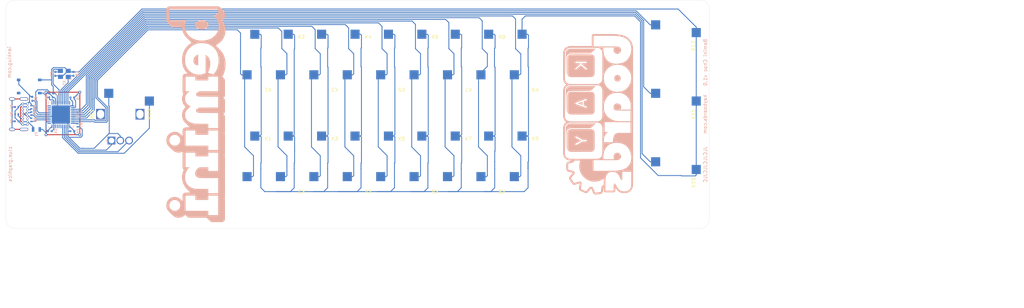
<source format=kicad_pcb>
(kicad_pcb (version 20171130) (host pcbnew "(5.1.5)-3")
  (layers (0 F.Cu signal) (31 B.Cu signal) (34 B.Paste user) (35 F.Paste user) (36 B.SilkS user) (37 F.SilkS user) (38 B.Mask user) (39 F.Mask user) (44 Edge.Cuts user))
  (net 0 "")
  (net 1 "Net-(C1-Pad1)")
  (net 2 GND)
  (net 3 VCC)
  (net 4 "Net-(C7-Pad2)")
  (net 5 "Net-(F1-Pad2)")
  (net 6 "Net-(J1-PadA5)")
  (net 7 "Net-(J1-PadA6)")
  (net 8 "Net-(J1-PadA7)")
  (net 9 "Net-(J1-PadB5)")
  (net 10 RST)
  (net 11 D-)
  (net 12 D+)
  (net 13 "Net-(R7-Pad2)")
  (net 14 "Net-(C2-Pad1)")
  (net 15 "Net-(C8-Pad2)")
  (net 16 K1)
  (net 17 K2)
  (net 18 K3)
  (net 19 K4)
  (net 20 K5)
  (net 21 K6)
  (net 22 K7)
  (net 23 K8)
  (net 24 K9)
  (net 25 K10)
  (net 26 K11)
  (net 27 K12)
  (net 28 K13)
  (net 29 RE1B)
  (net 30 RE1A)
  (module bemini:kayboards-logo (layer B.Cu) (at 220.6 54.8 270)
    (fp_text reference G*** hide)
    (fp_text value LOGO hide)
  )
  (module kicad-open-modules:TS-1187A-B-A-B (layer B.Cu) (at 58.836 46.872 180)
    (fp_text reference S1 hide)
    (fp_text value SW_Push)
    (pad 2 smd rect (at -3 -1.875 180) (size 1 0.75) (layers B.Cu B.Paste B.Mask) (net 10 RST))
    (pad 2 smd rect (at 3 -1.875 180) (size 1 0.75) (layers B.Cu B.Paste B.Mask) (net 10 RST))
    (pad 1 smd rect (at 3 1.875 180) (size 1 0.75) (layers B.Cu B.Paste B.Mask) (net 2 GND))
    (pad 1 smd rect (at -3 1.875 180) (size 1 0.75) (layers B.Cu B.Paste B.Mask) (net 2 GND))
  )
  (module Package_DFN_QFN:QFN-44-1EP_7x7mm_P0.5mm_EP5.2x5.2mm (layer B.Cu) (at 67.84 54.87)
    (fp_text reference U1 (at 4.96 0.03 90) (layer B.SilkS) (effects (justify mirror)))
    (fp_text value ATmega32U4-MU)
    (pad 44 smd roundrect (at -2.5 3.3375) (size 0.25 1.075) (layers B.Cu B.Paste B.Mask) (net 3 VCC))
    (pad 43 smd roundrect (at -2 3.3375) (size 0.25 1.075) (layers B.Cu B.Paste B.Mask) (net 2 GND))
    (pad 42 smd roundrect (at -1.5 3.3375) (size 0.25 1.075) (layers B.Cu B.Paste B.Mask))
    (pad 41 smd roundrect (at -1 3.3375) (size 0.25 1.075) (layers B.Cu B.Paste B.Mask))
    (pad 40 smd roundrect (at -0.5 3.3375) (size 0.25 1.075) (layers B.Cu B.Paste B.Mask))
    (pad 39 smd roundrect (at 0 3.3375) (size 0.25 1.075) (layers B.Cu B.Paste B.Mask))
    (pad 38 smd roundrect (at 0.5 3.3375) (size 0.25 1.075) (layers B.Cu B.Paste B.Mask) (net 28 K13))
    (pad 37 smd roundrect (at 1 3.3375) (size 0.25 1.075) (layers B.Cu B.Paste B.Mask) (net 29 RE1B))
    (pad 36 smd roundrect (at 1.5 3.3375) (size 0.25 1.075) (layers B.Cu B.Paste B.Mask) (net 30 RE1A))
    (pad 35 smd roundrect (at 2 3.3375) (size 0.25 1.075) (layers B.Cu B.Paste B.Mask) (net 2 GND))
    (pad 34 smd roundrect (at 2.5 3.3375) (size 0.25 1.075) (layers B.Cu B.Paste B.Mask) (net 3 VCC))
    (pad 33 smd roundrect (at 3.3375 2.5) (size 1.075 0.25) (layers B.Cu B.Paste B.Mask) (net 13 "Net-(R7-Pad2)"))
    (pad 32 smd roundrect (at 3.3375 2) (size 1.075 0.25) (layers B.Cu B.Paste B.Mask) (net 16 K1))
    (pad 31 smd roundrect (at 3.3375 1.5) (size 1.075 0.25) (layers B.Cu B.Paste B.Mask) (net 17 K2))
    (pad 30 smd roundrect (at 3.3375 1) (size 1.075 0.25) (layers B.Cu B.Paste B.Mask) (net 18 K3))
    (pad 29 smd roundrect (at 3.3375 0.5) (size 1.075 0.25) (layers B.Cu B.Paste B.Mask) (net 19 K4))
    (pad 28 smd roundrect (at 3.3375 0) (size 1.075 0.25) (layers B.Cu B.Paste B.Mask) (net 20 K5))
    (pad 27 smd roundrect (at 3.3375 -0.5) (size 1.075 0.25) (layers B.Cu B.Paste B.Mask) (net 21 K6))
    (pad 26 smd roundrect (at 3.3375 -1) (size 1.075 0.25) (layers B.Cu B.Paste B.Mask) (net 22 K7))
    (pad 25 smd roundrect (at 3.3375 -1.5) (size 1.075 0.25) (layers B.Cu B.Paste B.Mask) (net 23 K8))
    (pad 24 smd roundrect (at 3.3375 -2) (size 1.075 0.25) (layers B.Cu B.Paste B.Mask) (net 3 VCC))
    (pad 23 smd roundrect (at 3.3375 -2.5) (size 1.075 0.25) (layers B.Cu B.Paste B.Mask) (net 2 GND))
    (pad 22 smd roundrect (at 2.5 -3.3375) (size 0.25 1.075) (layers B.Cu B.Paste B.Mask))
    (pad 21 smd roundrect (at 2 -3.3375) (size 0.25 1.075) (layers B.Cu B.Paste B.Mask) (net 24 K9))
    (pad 20 smd roundrect (at 1.5 -3.3375) (size 0.25 1.075) (layers B.Cu B.Paste B.Mask) (net 25 K10))
    (pad 19 smd roundrect (at 1 -3.3375) (size 0.25 1.075) (layers B.Cu B.Paste B.Mask) (net 26 K11))
    (pad 18 smd roundrect (at 0.5 -3.3375) (size 0.25 1.075) (layers B.Cu B.Paste B.Mask) (net 27 K12))
    (pad 17 smd roundrect (at 0 -3.3375) (size 0.25 1.075) (layers B.Cu B.Paste B.Mask) (net 15 "Net-(C8-Pad2)"))
    (pad 16 smd roundrect (at -0.5 -3.3375) (size 0.25 1.075) (layers B.Cu B.Paste B.Mask) (net 4 "Net-(C7-Pad2)"))
    (pad 15 smd roundrect (at -1 -3.3375) (size 0.25 1.075) (layers B.Cu B.Paste B.Mask) (net 2 GND))
    (pad 14 smd roundrect (at -1.5 -3.3375) (size 0.25 1.075) (layers B.Cu B.Paste B.Mask) (net 3 VCC))
    (pad 13 smd roundrect (at -2 -3.3375) (size 0.25 1.075) (layers B.Cu B.Paste B.Mask) (net 10 RST))
    (pad 12 smd roundrect (at -2.5 -3.3375) (size 0.25 1.075) (layers B.Cu B.Paste B.Mask))
    (pad 11 smd roundrect (at -3.3375 -2.5) (size 1.075 0.25) (layers B.Cu B.Paste B.Mask))
    (pad 10 smd roundrect (at -3.3375 -2) (size 1.075 0.25) (layers B.Cu B.Paste B.Mask))
    (pad 9 smd roundrect (at -3.3375 -1.5) (size 1.075 0.25) (layers B.Cu B.Paste B.Mask))
    (pad 8 smd roundrect (at -3.3375 -1) (size 1.075 0.25) (layers B.Cu B.Paste B.Mask))
    (pad 7 smd roundrect (at -3.3375 -0.5) (size 1.075 0.25) (layers B.Cu B.Paste B.Mask) (net 3 VCC))
    (pad 6 smd roundrect (at -3.3375 0) (size 1.075 0.25) (layers B.Cu B.Paste B.Mask) (net 14 "Net-(C2-Pad1)"))
    (pad 5 smd roundrect (at -3.3375 0.5) (size 1.075 0.25) (layers B.Cu B.Paste B.Mask) (net 2 GND))
    (pad 4 smd roundrect (at -3.3375 1) (size 1.075 0.25) (layers B.Cu B.Paste B.Mask) (net 12 D+))
    (pad 3 smd roundrect (at -3.3375 1.5) (size 1.075 0.25) (layers B.Cu B.Paste B.Mask) (net 11 D-))
    (pad 2 smd roundrect (at -3.3375 2) (size 1.075 0.25) (layers B.Cu B.Paste B.Mask) (net 3 VCC))
    (pad 1 smd roundrect (at -3.3375 2.5) (size 1.075 0.25) (layers B.Cu B.Paste B.Mask))
    (pad 45 smd roundrect (at 0 0) (size 5.2 5.2) (layers B.Cu B.Mask) (roundrect_rratio 0.048077) (net 2 GND))
  )
  (module keyswitches:Kailh_socket_PG1350 (layer F.Cu) (at 84.737 54.765 180)
    (fp_text reference K13 (at -8.25 0 270) (layer F.SilkS))
    (fp_text value MX-NoLED)
    (pad 1 smd rect (at 3.275 5.95 180) (size 2.6 2.6) (layers B.Cu B.Paste B.Mask) (net 2 GND))
    (pad "" np_thru_hole circle (at -5 3.75 180) (size 3 3) (drill 3) (layers *.Cu *.Mask))
    (pad "" np_thru_hole circle (at 0 0 180) (size 3.429 3.429) (drill 3.429) (layers *.Cu *.Mask))
    (pad "" np_thru_hole circle (at 0 5.95 180) (size 3 3) (drill 3) (layers *.Cu *.Mask))
    (pad 2 smd rect (at -8.275 3.75 180) (size 2.6 2.6) (layers B.Cu B.Paste B.Mask) (net 28 K13))
    (pad "" np_thru_hole circle (at 5.22 -4.2 180) (size 0.9906 0.9906) (drill 0.9906) (layers *.Cu *.Mask))
  )
  (module "" (layer F.Cu) (at 202.937 48.065)
    (fp_text reference "" (at 106.237 54.765) (layer F.SilkS) (effects (font (size 1.27 1.27))))
    (fp_text value "" (at 106.237 54.765) (layer F.SilkS) (effects (font (size 1.27 1.27))))
  )
  (module "" (layer F.Cu) (at 235.237 54.965)
    (fp_text reference "" (at 106.237 54.765) (layer F.SilkS) (effects (font (size 1.27 1.27))))
    (fp_text value "" (at 106.237 54.765) (layer F.SilkS) (effects (font (size 1.27 1.27))))
  )
  (module bemini:bemini-logo (layer B.Cu) (at 106.237 54.765 270)
    (fp_text reference G*** hide)
    (fp_text value LOGO hide)
  )
  (module keyswitches:Kailh_socket_PG1350 (layer F.Cu) (at 126.737 69.265 270)
    (fp_text reference K1 (at -7.5 0) (layer F.SilkS))
    (fp_text value MX-NoLED)
    (pad "" np_thru_hole circle (at -5.5 0 270) (size 1.7018 1.7018) (drill 1.7018) (layers *.Cu *.Mask))
    (pad "" np_thru_hole circle (at 5.5 0 270) (size 1.7018 1.7018) (drill 1.7018) (layers *.Cu *.Mask))
    (pad 1 smd rect (at 3.275 5.95 270) (size 2.6 2.6) (layers B.Cu B.Paste B.Mask) (net 16 K1))
    (pad "" np_thru_hole circle (at -5 3.75 270) (size 3 3) (drill 3) (layers *.Cu *.Mask))
    (pad "" np_thru_hole circle (at 0 0 270) (size 3.429 3.429) (drill 3.429) (layers *.Cu *.Mask))
    (pad "" np_thru_hole circle (at 0 5.95 270) (size 3 3) (drill 3) (layers *.Cu *.Mask))
    (pad 2 smd rect (at -8.275 3.75 270) (size 2.6 2.6) (layers B.Cu B.Paste B.Mask) (net 2 GND))
    (pad "" np_thru_hole circle (at 5.22 -4.2 270) (size 0.9906 0.9906) (drill 0.9906) (layers *.Cu *.Mask))
  )
  (module keyswitches:Kailh_socket_PG1350 (layer F.Cu) (at 136.237 69.265 270)
    (fp_text reference KA2 hide)
    (fp_text value MX-NoLED)
    (pad "" np_thru_hole circle (at -5.5 0 270) (size 1.7018 1.7018) (drill 1.7018) (layers *.Cu *.Mask))
    (pad "" np_thru_hole circle (at 5.5 0 270) (size 1.7018 1.7018) (drill 1.7018) (layers *.Cu *.Mask))
    (pad 1 smd rect (at 3.275 5.95 270) (size 2.6 2.6) (layers B.Cu B.Paste B.Mask) (net 17 K2))
    (pad "" np_thru_hole circle (at -5 3.75 270) (size 3 3) (drill 3) (layers *.Cu *.Mask))
    (pad "" np_thru_hole circle (at 0 0 270) (size 3.429 3.429) (drill 3.429) (layers *.Cu *.Mask))
    (pad "" np_thru_hole circle (at 0 5.95 270) (size 3 3) (drill 3) (layers *.Cu *.Mask))
    (pad 2 smd rect (at -8.275 3.75 270) (size 2.6 2.6) (layers B.Cu B.Paste B.Mask) (net 2 GND))
    (pad "" np_thru_hole circle (at 5.22 -4.2 270) (size 0.9906 0.9906) (drill 0.9906) (layers *.Cu *.Mask))
  )
  (module keyswitches:Kailh_socket_PG1350 (layer F.Cu) (at 145.737 69.265 270)
    (fp_text reference K3 (at -7.5 0) (layer F.SilkS))
    (fp_text value MX-NoLED)
    (pad "" np_thru_hole circle (at -5.5 0 270) (size 1.7018 1.7018) (drill 1.7018) (layers *.Cu *.Mask))
    (pad "" np_thru_hole circle (at 5.5 0 270) (size 1.7018 1.7018) (drill 1.7018) (layers *.Cu *.Mask))
    (pad 1 smd rect (at 3.275 5.95 270) (size 2.6 2.6) (layers B.Cu B.Paste B.Mask) (net 18 K3))
    (pad "" np_thru_hole circle (at -5 3.75 270) (size 3 3) (drill 3) (layers *.Cu *.Mask))
    (pad "" np_thru_hole circle (at 0 0 270) (size 3.429 3.429) (drill 3.429) (layers *.Cu *.Mask))
    (pad "" np_thru_hole circle (at 0 5.95 270) (size 3 3) (drill 3) (layers *.Cu *.Mask))
    (pad 2 smd rect (at -8.275 3.75 270) (size 2.6 2.6) (layers B.Cu B.Paste B.Mask) (net 2 GND))
    (pad "" np_thru_hole circle (at 5.22 -4.2 270) (size 0.9906 0.9906) (drill 0.9906) (layers *.Cu *.Mask))
  )
  (module keyswitches:Kailh_socket_PG1350 (layer F.Cu) (at 155.237 69.265 270)
    (fp_text reference KA4 hide)
    (fp_text value MX-NoLED)
    (pad "" np_thru_hole circle (at -5.5 0 270) (size 1.7018 1.7018) (drill 1.7018) (layers *.Cu *.Mask))
    (pad "" np_thru_hole circle (at 5.5 0 270) (size 1.7018 1.7018) (drill 1.7018) (layers *.Cu *.Mask))
    (pad 1 smd rect (at 3.275 5.95 270) (size 2.6 2.6) (layers B.Cu B.Paste B.Mask) (net 19 K4))
    (pad "" np_thru_hole circle (at -5 3.75 270) (size 3 3) (drill 3) (layers *.Cu *.Mask))
    (pad "" np_thru_hole circle (at 0 0 270) (size 3.429 3.429) (drill 3.429) (layers *.Cu *.Mask))
    (pad "" np_thru_hole circle (at 0 5.95 270) (size 3 3) (drill 3) (layers *.Cu *.Mask))
    (pad 2 smd rect (at -8.275 3.75 270) (size 2.6 2.6) (layers B.Cu B.Paste B.Mask) (net 2 GND))
    (pad "" np_thru_hole circle (at 5.22 -4.2 270) (size 0.9906 0.9906) (drill 0.9906) (layers *.Cu *.Mask))
  )
  (module keyswitches:Kailh_socket_PG1350 (layer F.Cu) (at 164.737 69.265 270)
    (fp_text reference K5 (at -7.5 0) (layer F.SilkS))
    (fp_text value MX-NoLED)
    (pad "" np_thru_hole circle (at -5.5 0 270) (size 1.7018 1.7018) (drill 1.7018) (layers *.Cu *.Mask))
    (pad "" np_thru_hole circle (at 5.5 0 270) (size 1.7018 1.7018) (drill 1.7018) (layers *.Cu *.Mask))
    (pad 1 smd rect (at 3.275 5.95 270) (size 2.6 2.6) (layers B.Cu B.Paste B.Mask) (net 20 K5))
    (pad "" np_thru_hole circle (at -5 3.75 270) (size 3 3) (drill 3) (layers *.Cu *.Mask))
    (pad "" np_thru_hole circle (at 0 0 270) (size 3.429 3.429) (drill 3.429) (layers *.Cu *.Mask))
    (pad "" np_thru_hole circle (at 0 5.95 270) (size 3 3) (drill 3) (layers *.Cu *.Mask))
    (pad 2 smd rect (at -8.275 3.75 270) (size 2.6 2.6) (layers B.Cu B.Paste B.Mask) (net 2 GND))
    (pad "" np_thru_hole circle (at 5.22 -4.2 270) (size 0.9906 0.9906) (drill 0.9906) (layers *.Cu *.Mask))
  )
  (module keyswitches:Kailh_socket_PG1350 (layer F.Cu) (at 174.237 69.265 270)
    (fp_text reference KA6 hide)
    (fp_text value MX-NoLED)
    (pad "" np_thru_hole circle (at -5.5 0 270) (size 1.7018 1.7018) (drill 1.7018) (layers *.Cu *.Mask))
    (pad "" np_thru_hole circle (at 5.5 0 270) (size 1.7018 1.7018) (drill 1.7018) (layers *.Cu *.Mask))
    (pad 1 smd rect (at 3.275 5.95 270) (size 2.6 2.6) (layers B.Cu B.Paste B.Mask) (net 21 K6))
    (pad "" np_thru_hole circle (at -5 3.75 270) (size 3 3) (drill 3) (layers *.Cu *.Mask))
    (pad "" np_thru_hole circle (at 0 0 270) (size 3.429 3.429) (drill 3.429) (layers *.Cu *.Mask))
    (pad "" np_thru_hole circle (at 0 5.95 270) (size 3 3) (drill 3) (layers *.Cu *.Mask))
    (pad 2 smd rect (at -8.275 3.75 270) (size 2.6 2.6) (layers B.Cu B.Paste B.Mask) (net 2 GND))
    (pad "" np_thru_hole circle (at 5.22 -4.2 270) (size 0.9906 0.9906) (drill 0.9906) (layers *.Cu *.Mask))
  )
  (module keyswitches:Kailh_socket_PG1350 (layer F.Cu) (at 183.737 69.265 270)
    (fp_text reference K7 (at -7.5 0) (layer F.SilkS))
    (fp_text value MX-NoLED)
    (pad "" np_thru_hole circle (at -5.5 0 270) (size 1.7018 1.7018) (drill 1.7018) (layers *.Cu *.Mask))
    (pad "" np_thru_hole circle (at 5.5 0 270) (size 1.7018 1.7018) (drill 1.7018) (layers *.Cu *.Mask))
    (pad 1 smd rect (at 3.275 5.95 270) (size 2.6 2.6) (layers B.Cu B.Paste B.Mask) (net 22 K7))
    (pad "" np_thru_hole circle (at -5 3.75 270) (size 3 3) (drill 3) (layers *.Cu *.Mask))
    (pad "" np_thru_hole circle (at 0 0 270) (size 3.429 3.429) (drill 3.429) (layers *.Cu *.Mask))
    (pad "" np_thru_hole circle (at 0 5.95 270) (size 3 3) (drill 3) (layers *.Cu *.Mask))
    (pad 2 smd rect (at -8.275 3.75 270) (size 2.6 2.6) (layers B.Cu B.Paste B.Mask) (net 2 GND))
    (pad "" np_thru_hole circle (at 5.22 -4.2 270) (size 0.9906 0.9906) (drill 0.9906) (layers *.Cu *.Mask))
  )
  (module keyswitches:Kailh_socket_PG1350 (layer F.Cu) (at 193.237 69.265 270)
    (fp_text reference KA8 hide)
    (fp_text value MX-NoLED)
    (pad "" np_thru_hole circle (at -5.5 0 270) (size 1.7018 1.7018) (drill 1.7018) (layers *.Cu *.Mask))
    (pad "" np_thru_hole circle (at 5.5 0 270) (size 1.7018 1.7018) (drill 1.7018) (layers *.Cu *.Mask))
    (pad 1 smd rect (at 3.275 5.95 270) (size 2.6 2.6) (layers B.Cu B.Paste B.Mask) (net 23 K8))
    (pad "" np_thru_hole circle (at -5 3.75 270) (size 3 3) (drill 3) (layers *.Cu *.Mask))
    (pad "" np_thru_hole circle (at 0 0 270) (size 3.429 3.429) (drill 3.429) (layers *.Cu *.Mask))
    (pad "" np_thru_hole circle (at 0 5.95 270) (size 3 3) (drill 3) (layers *.Cu *.Mask))
    (pad 2 smd rect (at -8.275 3.75 270) (size 2.6 2.6) (layers B.Cu B.Paste B.Mask) (net 2 GND))
    (pad "" np_thru_hole circle (at 5.22 -4.2 270) (size 0.9906 0.9906) (drill 0.9906) (layers *.Cu *.Mask))
  )
  (module keyswitches:Kailh_socket_PG1350 (layer F.Cu) (at 202.737 69.265 270)
    (fp_text reference K9 (at -7.5 0) (layer F.SilkS))
    (fp_text value MX-NoLED)
    (pad "" np_thru_hole circle (at -5.5 0 270) (size 1.7018 1.7018) (drill 1.7018) (layers *.Cu *.Mask))
    (pad "" np_thru_hole circle (at 5.5 0 270) (size 1.7018 1.7018) (drill 1.7018) (layers *.Cu *.Mask))
    (pad 1 smd rect (at 3.275 5.95 270) (size 2.6 2.6) (layers B.Cu B.Paste B.Mask) (net 24 K9))
    (pad "" np_thru_hole circle (at -5 3.75 270) (size 3 3) (drill 3) (layers *.Cu *.Mask))
    (pad "" np_thru_hole circle (at 0 0 270) (size 3.429 3.429) (drill 3.429) (layers *.Cu *.Mask))
    (pad "" np_thru_hole circle (at 0 5.95 270) (size 3 3) (drill 3) (layers *.Cu *.Mask))
    (pad 2 smd rect (at -8.275 3.75 270) (size 2.6 2.6) (layers B.Cu B.Paste B.Mask) (net 2 GND))
    (pad "" np_thru_hole circle (at 5.22 -4.2 270) (size 0.9906 0.9906) (drill 0.9906) (layers *.Cu *.Mask))
  )
  (module Rotary_Encoder:RotaryEncoder_Alps_EC12E_Vertical_H20mm (layer F.Cu) (at 82.237 62.265 90)
    (fp_text reference RE1 (at 7.5 -5.5 90) (layer F.SilkS))
    (fp_text value Rotary_Encoder)
    (pad MP thru_hole rect (at 7.5 8.1 90) (size 3 2.5) (drill oval 2.5 2) (layers *.Cu *.Mask))
    (pad MP thru_hole rect (at 7.5 -3.1 90) (size 3 2.5) (drill oval 2.5 2) (layers *.Cu *.Mask))
    (pad B thru_hole circle (at 0 5 90) (size 2.2 2.2) (drill 1.6) (layers *.Cu *.Mask) (net 29 RE1B))
    (pad C thru_hole circle (at 0 2.5 90) (size 2.2 2.2) (drill 1.6) (layers *.Cu *.Mask) (net 2 GND))
    (pad A thru_hole rect (at 0 0 90) (size 2.2 2.2) (drill 1.6) (layers *.Cu *.Mask) (net 30 RE1A))
  )
  (module keyswitches:Kailh_socket_PG1350 (layer F.Cu) (at 240.237 74.265 180)
    (fp_text reference K10 (at -7.5 0 270) (layer F.SilkS))
    (fp_text value MX-NoLED)
    (pad "" np_thru_hole circle (at -5.5 0 180) (size 1.7018 1.7018) (drill 1.7018) (layers *.Cu *.Mask))
    (pad "" np_thru_hole circle (at 5.5 0 180) (size 1.7018 1.7018) (drill 1.7018) (layers *.Cu *.Mask))
    (pad 1 smd rect (at 3.275 5.95 180) (size 2.6 2.6) (layers B.Cu B.Paste B.Mask) (net 25 K10))
    (pad "" np_thru_hole circle (at -5 3.75 180) (size 3 3) (drill 3) (layers *.Cu *.Mask))
    (pad "" np_thru_hole circle (at 0 0 180) (size 3.429 3.429) (drill 3.429) (layers *.Cu *.Mask))
    (pad "" np_thru_hole circle (at 0 5.95 180) (size 3 3) (drill 3) (layers *.Cu *.Mask))
    (pad 2 smd rect (at -8.275 3.75 180) (size 2.6 2.6) (layers B.Cu B.Paste B.Mask) (net 2 GND))
    (pad "" np_thru_hole circle (at 5.22 -4.2 180) (size 0.9906 0.9906) (drill 0.9906) (layers *.Cu *.Mask))
  )
  (module keyswitches:Kailh_socket_PG1350 (layer F.Cu) (at 240.237 54.765 180)
    (fp_text reference K11 (at -7.5 0 270) (layer F.SilkS))
    (fp_text value MX-NoLED)
    (pad "" np_thru_hole circle (at -5.5 0 180) (size 1.7018 1.7018) (drill 1.7018) (layers *.Cu *.Mask))
    (pad "" np_thru_hole circle (at 5.5 0 180) (size 1.7018 1.7018) (drill 1.7018) (layers *.Cu *.Mask))
    (pad 1 smd rect (at 3.275 5.95 180) (size 2.6 2.6) (layers B.Cu B.Paste B.Mask) (net 26 K11))
    (pad "" np_thru_hole circle (at -5 3.75 180) (size 3 3) (drill 3) (layers *.Cu *.Mask))
    (pad "" np_thru_hole circle (at 0 0 180) (size 3.429 3.429) (drill 3.429) (layers *.Cu *.Mask))
    (pad "" np_thru_hole circle (at 0 5.95 180) (size 3 3) (drill 3) (layers *.Cu *.Mask))
    (pad 2 smd rect (at -8.275 3.75 180) (size 2.6 2.6) (layers B.Cu B.Paste B.Mask) (net 2 GND))
    (pad "" np_thru_hole circle (at 5.22 -4.2 180) (size 0.9906 0.9906) (drill 0.9906) (layers *.Cu *.Mask))
  )
  (module keyswitches:Kailh_socket_PG1350 (layer F.Cu) (at 240.237 35.265 180)
    (fp_text reference K12 (at -7.5 0 270) (layer F.SilkS))
    (fp_text value MX-NoLED)
    (pad "" np_thru_hole circle (at 5.22 -4.2 180) (size 0.9906 0.9906) (drill 0.9906) (layers *.Cu *.Mask))
    (pad 2 smd rect (at -8.275 3.75 180) (size 2.6 2.6) (layers B.Cu B.Paste B.Mask) (net 2 GND))
    (pad "" np_thru_hole circle (at 0 5.95 180) (size 3 3) (drill 3) (layers *.Cu *.Mask))
    (pad "" np_thru_hole circle (at 0 0 180) (size 3.429 3.429) (drill 3.429) (layers *.Cu *.Mask))
    (pad "" np_thru_hole circle (at -5 3.75 180) (size 3 3) (drill 3) (layers *.Cu *.Mask))
    (pad 1 smd rect (at 3.275 5.95 180) (size 2.6 2.6) (layers B.Cu B.Paste B.Mask) (net 27 K12))
    (pad "" np_thru_hole circle (at 5.5 0 180) (size 1.7018 1.7018) (drill 1.7018) (layers *.Cu *.Mask))
    (pad "" np_thru_hole circle (at -5.5 0 180) (size 1.7018 1.7018) (drill 1.7018) (layers *.Cu *.Mask))
  )
  (module keyswitches:Kailh_socket_PG1350 (layer F.Cu) (at 202.737 40.265 270)
    (fp_text reference KA9 hide)
    (fp_text value MX-NoLED)
    (pad "" np_thru_hole circle (at -5.5 0 270) (size 1.7018 1.7018) (drill 1.7018) (layers *.Cu *.Mask))
    (pad "" np_thru_hole circle (at 5.5 0 270) (size 1.7018 1.7018) (drill 1.7018) (layers *.Cu *.Mask))
    (pad 1 smd rect (at 3.275 5.95 270) (size 2.6 2.6) (layers B.Cu B.Paste B.Mask) (net 24 K9))
    (pad "" np_thru_hole circle (at -5 3.75 270) (size 3 3) (drill 3) (layers *.Cu *.Mask))
    (pad "" np_thru_hole circle (at 0 0 270) (size 3.429 3.429) (drill 3.429) (layers *.Cu *.Mask))
    (pad "" np_thru_hole circle (at 0 5.95 270) (size 3 3) (drill 3) (layers *.Cu *.Mask))
    (pad 2 smd rect (at -8.275 3.75 270) (size 2.6 2.6) (layers B.Cu B.Paste B.Mask) (net 2 GND))
    (pad "" np_thru_hole circle (at 5.22 -4.2 270) (size 0.9906 0.9906) (drill 0.9906) (layers *.Cu *.Mask))
  )
  (module keyswitches:Kailh_socket_PG1350 (layer F.Cu) (at 193.237 40.265 270)
    (fp_text reference K8 (at -7.5 0) (layer F.SilkS))
    (fp_text value MX-NoLED)
    (pad "" np_thru_hole circle (at -5.5 0 270) (size 1.7018 1.7018) (drill 1.7018) (layers *.Cu *.Mask))
    (pad "" np_thru_hole circle (at 5.5 0 270) (size 1.7018 1.7018) (drill 1.7018) (layers *.Cu *.Mask))
    (pad 1 smd rect (at 3.275 5.95 270) (size 2.6 2.6) (layers B.Cu B.Paste B.Mask) (net 23 K8))
    (pad "" np_thru_hole circle (at -5 3.75 270) (size 3 3) (drill 3) (layers *.Cu *.Mask))
    (pad "" np_thru_hole circle (at 0 0 270) (size 3.429 3.429) (drill 3.429) (layers *.Cu *.Mask))
    (pad "" np_thru_hole circle (at 0 5.95 270) (size 3 3) (drill 3) (layers *.Cu *.Mask))
    (pad 2 smd rect (at -8.275 3.75 270) (size 2.6 2.6) (layers B.Cu B.Paste B.Mask) (net 2 GND))
    (pad "" np_thru_hole circle (at 5.22 -4.2 270) (size 0.9906 0.9906) (drill 0.9906) (layers *.Cu *.Mask))
  )
  (module keyswitches:Kailh_socket_PG1350 (layer F.Cu) (at 183.737 40.265 270)
    (fp_text reference KA7 hide)
    (fp_text value MX-NoLED)
    (pad "" np_thru_hole circle (at -5.5 0 270) (size 1.7018 1.7018) (drill 1.7018) (layers *.Cu *.Mask))
    (pad "" np_thru_hole circle (at 5.5 0 270) (size 1.7018 1.7018) (drill 1.7018) (layers *.Cu *.Mask))
    (pad 1 smd rect (at 3.275 5.95 270) (size 2.6 2.6) (layers B.Cu B.Paste B.Mask) (net 22 K7))
    (pad "" np_thru_hole circle (at -5 3.75 270) (size 3 3) (drill 3) (layers *.Cu *.Mask))
    (pad "" np_thru_hole circle (at 0 0 270) (size 3.429 3.429) (drill 3.429) (layers *.Cu *.Mask))
    (pad "" np_thru_hole circle (at 0 5.95 270) (size 3 3) (drill 3) (layers *.Cu *.Mask))
    (pad 2 smd rect (at -8.275 3.75 270) (size 2.6 2.6) (layers B.Cu B.Paste B.Mask) (net 2 GND))
    (pad "" np_thru_hole circle (at 5.22 -4.2 270) (size 0.9906 0.9906) (drill 0.9906) (layers *.Cu *.Mask))
  )
  (module keyswitches:Kailh_socket_PG1350 (layer F.Cu) (at 174.237 40.265 270)
    (fp_text reference K6 (at -7.5 0) (layer F.SilkS))
    (fp_text value MX-NoLED)
    (pad "" np_thru_hole circle (at -5.5 0 270) (size 1.7018 1.7018) (drill 1.7018) (layers *.Cu *.Mask))
    (pad "" np_thru_hole circle (at 5.5 0 270) (size 1.7018 1.7018) (drill 1.7018) (layers *.Cu *.Mask))
    (pad 1 smd rect (at 3.275 5.95 270) (size 2.6 2.6) (layers B.Cu B.Paste B.Mask) (net 21 K6))
    (pad "" np_thru_hole circle (at -5 3.75 270) (size 3 3) (drill 3) (layers *.Cu *.Mask))
    (pad "" np_thru_hole circle (at 0 0 270) (size 3.429 3.429) (drill 3.429) (layers *.Cu *.Mask))
    (pad "" np_thru_hole circle (at 0 5.95 270) (size 3 3) (drill 3) (layers *.Cu *.Mask))
    (pad 2 smd rect (at -8.275 3.75 270) (size 2.6 2.6) (layers B.Cu B.Paste B.Mask) (net 2 GND))
    (pad "" np_thru_hole circle (at 5.22 -4.2 270) (size 0.9906 0.9906) (drill 0.9906) (layers *.Cu *.Mask))
  )
  (module keyswitches:Kailh_socket_PG1350 (layer F.Cu) (at 164.737 40.265 270)
    (fp_text reference KA5 hide)
    (fp_text value MX-NoLED)
    (pad "" np_thru_hole circle (at -5.5 0 270) (size 1.7018 1.7018) (drill 1.7018) (layers *.Cu *.Mask))
    (pad "" np_thru_hole circle (at 5.5 0 270) (size 1.7018 1.7018) (drill 1.7018) (layers *.Cu *.Mask))
    (pad 1 smd rect (at 3.275 5.95 270) (size 2.6 2.6) (layers B.Cu B.Paste B.Mask) (net 20 K5))
    (pad "" np_thru_hole circle (at -5 3.75 270) (size 3 3) (drill 3) (layers *.Cu *.Mask))
    (pad "" np_thru_hole circle (at 0 0 270) (size 3.429 3.429) (drill 3.429) (layers *.Cu *.Mask))
    (pad "" np_thru_hole circle (at 0 5.95 270) (size 3 3) (drill 3) (layers *.Cu *.Mask))
    (pad 2 smd rect (at -8.275 3.75 270) (size 2.6 2.6) (layers B.Cu B.Paste B.Mask) (net 2 GND))
    (pad "" np_thru_hole circle (at 5.22 -4.2 270) (size 0.9906 0.9906) (drill 0.9906) (layers *.Cu *.Mask))
  )
  (module keyswitches:Kailh_socket_PG1350 (layer F.Cu) (at 155.237 40.265 270)
    (fp_text reference K4 (at -7.5 0) (layer F.SilkS))
    (fp_text value MX-NoLED)
    (pad "" np_thru_hole circle (at -5.5 0 270) (size 1.7018 1.7018) (drill 1.7018) (layers *.Cu *.Mask))
    (pad "" np_thru_hole circle (at 5.5 0 270) (size 1.7018 1.7018) (drill 1.7018) (layers *.Cu *.Mask))
    (pad 1 smd rect (at 3.275 5.95 270) (size 2.6 2.6) (layers B.Cu B.Paste B.Mask) (net 19 K4))
    (pad "" np_thru_hole circle (at -5 3.75 270) (size 3 3) (drill 3) (layers *.Cu *.Mask))
    (pad "" np_thru_hole circle (at 0 0 270) (size 3.429 3.429) (drill 3.429) (layers *.Cu *.Mask))
    (pad "" np_thru_hole circle (at 0 5.95 270) (size 3 3) (drill 3) (layers *.Cu *.Mask))
    (pad 2 smd rect (at -8.275 3.75 270) (size 2.6 2.6) (layers B.Cu B.Paste B.Mask) (net 2 GND))
    (pad "" np_thru_hole circle (at 5.22 -4.2 270) (size 0.9906 0.9906) (drill 0.9906) (layers *.Cu *.Mask))
  )
  (module keyswitches:Kailh_socket_PG1350 (layer F.Cu) (at 145.737 40.265 270)
    (fp_text reference KA3 hide)
    (fp_text value MX-NoLED)
    (pad "" np_thru_hole circle (at -5.5 0 270) (size 1.7018 1.7018) (drill 1.7018) (layers *.Cu *.Mask))
    (pad "" np_thru_hole circle (at 5.5 0 270) (size 1.7018 1.7018) (drill 1.7018) (layers *.Cu *.Mask))
    (pad 1 smd rect (at 3.275 5.95 270) (size 2.6 2.6) (layers B.Cu B.Paste B.Mask) (net 18 K3))
    (pad "" np_thru_hole circle (at -5 3.75 270) (size 3 3) (drill 3) (layers *.Cu *.Mask))
    (pad "" np_thru_hole circle (at 0 0 270) (size 3.429 3.429) (drill 3.429) (layers *.Cu *.Mask))
    (pad "" np_thru_hole circle (at 0 5.95 270) (size 3 3) (drill 3) (layers *.Cu *.Mask))
    (pad 2 smd rect (at -8.275 3.75 270) (size 2.6 2.6) (layers B.Cu B.Paste B.Mask) (net 2 GND))
    (pad "" np_thru_hole circle (at 5.22 -4.2 270) (size 0.9906 0.9906) (drill 0.9906) (layers *.Cu *.Mask))
  )
  (module keyswitches:Kailh_socket_PG1350 (layer F.Cu) (at 136.237 40.265 270)
    (fp_text reference K2 (at -7.5 0) (layer F.SilkS))
    (fp_text value MX-NoLED)
    (pad "" np_thru_hole circle (at -5.5 0 270) (size 1.7018 1.7018) (drill 1.7018) (layers *.Cu *.Mask))
    (pad "" np_thru_hole circle (at 5.5 0 270) (size 1.7018 1.7018) (drill 1.7018) (layers *.Cu *.Mask))
    (pad 1 smd rect (at 3.275 5.95 270) (size 2.6 2.6) (layers B.Cu B.Paste B.Mask) (net 17 K2))
    (pad "" np_thru_hole circle (at -5 3.75 270) (size 3 3) (drill 3) (layers *.Cu *.Mask))
    (pad "" np_thru_hole circle (at 0 0 270) (size 3.429 3.429) (drill 3.429) (layers *.Cu *.Mask))
    (pad "" np_thru_hole circle (at 0 5.95 270) (size 3 3) (drill 3) (layers *.Cu *.Mask))
    (pad 2 smd rect (at -8.275 3.75 270) (size 2.6 2.6) (layers B.Cu B.Paste B.Mask) (net 2 GND))
    (pad "" np_thru_hole circle (at 5.22 -4.2 270) (size 0.9906 0.9906) (drill 0.9906) (layers *.Cu *.Mask))
  )
  (module keyswitches:Kailh_socket_PG1350 (layer F.Cu) (at 126.737 40.265 270)
    (fp_text reference KA1 hide)
    (fp_text value MX-NoLED)
    (pad "" np_thru_hole circle (at -5.5 0 270) (size 1.7018 1.7018) (drill 1.7018) (layers *.Cu *.Mask))
    (pad "" np_thru_hole circle (at 5.5 0 270) (size 1.7018 1.7018) (drill 1.7018) (layers *.Cu *.Mask))
    (pad 1 smd rect (at 3.275 5.95 270) (size 2.6 2.6) (layers B.Cu B.Paste B.Mask) (net 16 K1))
    (pad "" np_thru_hole circle (at -5 3.75 270) (size 3 3) (drill 3) (layers *.Cu *.Mask))
    (pad "" np_thru_hole circle (at 0 0 270) (size 3.429 3.429) (drill 3.429) (layers *.Cu *.Mask))
    (pad "" np_thru_hole circle (at 0 5.95 270) (size 3 3) (drill 3) (layers *.Cu *.Mask))
    (pad 2 smd rect (at -8.275 3.75 270) (size 2.6 2.6) (layers B.Cu B.Paste B.Mask) (net 2 GND))
    (pad "" np_thru_hole circle (at 5.22 -4.2 270) (size 0.9906 0.9906) (drill 0.9906) (layers *.Cu *.Mask))
  )
  (module Keebio-Parts:R_0402 (layer B.Cu) (at 59.436 54.572 90)
    (fp_text reference R4 (at 0 1.1 270) (layer B.SilkS) (effects (font (size 0.7 0.7)) (justify mirror)))
    (fp_text value 22)
    (pad 1 smd rect (at -0.45 0 90) (size 0.4 0.6) (layers B.Cu B.Paste B.Mask) (net 12 D+))
    (pad 2 smd rect (at 0.45 0 90) (size 0.4 0.6) (layers B.Cu B.Paste B.Mask) (net 7 "Net-(J1-PadA6)"))
  )
  (module Keebio-Parts:R_0402 (layer B.Cu) (at 59.436 56.372 90)
    (fp_text reference R5 (at 0 1.1 270) (layer B.SilkS) (effects (font (size 0.7 0.7)) (justify mirror)))
    (fp_text value 22)
    (pad 1 smd rect (at -0.45 0 90) (size 0.4 0.6) (layers B.Cu B.Paste B.Mask) (net 11 D-))
    (pad 2 smd rect (at 0.45 0 90) (size 0.4 0.6) (layers B.Cu B.Paste B.Mask) (net 8 "Net-(J1-PadA7)"))
  )
  (module Keebio-Parts:C_0402 (layer B.Cu) (at 59.736 50.372 90)
    (fp_text reference C2 (at -0.043 1.001 270) (layer B.SilkS) (effects (font (size 0.7 0.7)) (justify mirror)))
    (fp_text value 1uF)
    (pad 1 smd rect (at -0.55 0 90) (size 0.6 0.5) (layers B.Cu B.Paste B.Mask) (net 14 "Net-(C2-Pad1)"))
    (pad 2 smd rect (at 0.55 0 90) (size 0.6 0.5) (layers B.Cu B.Paste B.Mask) (net 2 GND))
  )
  (module Keebio-Parts:C_0402 (layer B.Cu) (at 64.7 59.6)
    (fp_text reference C4 (at 1.7 0 90 unlocked) (layer B.SilkS) (effects (font (size 0.7 0.7)) (justify mirror)))
    (fp_text value 0.1uF)
    (pad 1 smd rect (at -0.55 0) (size 0.6 0.5) (layers B.Cu B.Paste B.Mask) (net 3 VCC))
    (pad 2 smd rect (at 0.55 0) (size 0.6 0.5) (layers B.Cu B.Paste B.Mask) (net 2 GND))
  )
  (module Keebio-Parts:R_0402 (layer B.Cu) (at 65.036 49.972 180)
    (fp_text reference R6 (at 1.3 0 90) (layer B.SilkS) (effects (font (size 0.7 0.7)) (justify mirror)))
    (fp_text value 10k)
    (pad 1 smd rect (at -0.45 0 180) (size 0.4 0.6) (layers B.Cu B.Paste B.Mask) (net 3 VCC))
    (pad 2 smd rect (at 0.45 0 180) (size 0.4 0.6) (layers B.Cu B.Paste B.Mask) (net 10 RST))
  )
  (module Keebio-Parts:C_0402 (layer B.Cu) (at 71.436 43.272 270)
    (fp_text reference C8 (at 0 -1 90) (layer B.SilkS) (effects (font (size 0.7 0.7)) (justify mirror)))
    (fp_text value 22pF)
    (pad 1 smd rect (at -0.55 0 270) (size 0.6 0.5) (layers B.Cu B.Paste B.Mask) (net 2 GND))
    (pad 2 smd rect (at 0.55 0 270) (size 0.6 0.5) (layers B.Cu B.Paste B.Mask) (net 15 "Net-(C8-Pad2)"))
  )
  (module Keebio-Parts:C_0402 (layer B.Cu) (at 71.1 50 180)
    (fp_text reference C6 (at -1.6 0 270) (layer B.SilkS) (effects (font (size 0.7 0.7)) (justify mirror)))
    (fp_text value 10uF)
    (pad 1 smd rect (at -0.55 0 180) (size 0.6 0.5) (layers B.Cu B.Paste B.Mask) (net 3 VCC))
    (pad 2 smd rect (at 0.55 0 180) (size 0.6 0.5) (layers B.Cu B.Paste B.Mask) (net 2 GND))
  )
  (module Keebio-Parts:R_0402 (layer B.Cu) (at 59.436 52.772 270)
    (fp_text reference R3 (at 0 -1.1 270) (layer B.SilkS) (effects (font (size 0.7 0.7)) (justify mirror)))
    (fp_text value 5.1k)
    (pad 1 smd rect (at -0.45 0 270) (size 0.4 0.6) (layers B.Cu B.Paste B.Mask) (net 2 GND))
    (pad 2 smd rect (at 0.45 0 270) (size 0.4 0.6) (layers B.Cu B.Paste B.Mask) (net 6 "Net-(J1-PadA5)"))
  )
  (module Keebio-Parts:R_0402 (layer B.Cu) (at 72.6 57.9 90)
    (fp_text reference R7 (at 0 1.1 90) (layer B.SilkS) (effects (font (size 0.7 0.7)) (justify mirror)))
    (fp_text value 10k)
    (pad 1 smd rect (at -0.45 0 90) (size 0.4 0.6) (layers B.Cu B.Paste B.Mask) (net 2 GND))
    (pad 2 smd rect (at 0.45 0 90) (size 0.4 0.6) (layers B.Cu B.Paste B.Mask) (net 13 "Net-(R7-Pad2)"))
  )
  (module Keebio-Parts:C_0402 (layer B.Cu) (at 66.236 43.272 90)
    (fp_text reference C7 (at 0 -0.9 270) (layer B.SilkS) (effects (font (size 0.7 0.7)) (justify mirror)))
    (fp_text value 22pF)
    (pad 1 smd rect (at -0.55 0 90) (size 0.6 0.5) (layers B.Cu B.Paste B.Mask) (net 2 GND))
    (pad 2 smd rect (at 0.55 0 90) (size 0.6 0.5) (layers B.Cu B.Paste B.Mask) (net 4 "Net-(C7-Pad2)"))
  )
  (module Keebio-Parts:Crystal_SMD_3225-4pin_3.2x2.5mm (layer B.Cu) (at 68.836 43.272 180)
    (fp_text reference X1 (at 0 -2.625 270) (layer B.SilkS) (effects (font (size 0.8 0.8)) (justify mirror)))
    (fp_text value 16MHz)
    (pad 1 smd rect (at -1.1 -0.85 180) (size 1.4 1.2) (layers B.Cu B.Paste B.Mask) (net 15 "Net-(C8-Pad2)"))
    (pad 2 smd rect (at 1.1 -0.85 180) (size 1.4 1.2) (layers B.Cu B.Paste B.Mask) (net 2 GND))
    (pad 3 smd rect (at 1.1 0.85 180) (size 1.4 1.2) (layers B.Cu B.Paste B.Mask) (net 4 "Net-(C7-Pad2)"))
    (pad 4 smd rect (at -1.1 0.85 180) (size 1.4 1.2) (layers B.Cu B.Paste B.Mask) (net 2 GND))
  )
  (module Keebio-Parts:C_0402 (layer B.Cu) (at 71.1 59.6 180)
    (fp_text reference C5 (at -1.7 0 270) (layer B.SilkS) (effects (font (size 0.7 0.7)) (justify mirror)))
    (fp_text value 0.1uF)
    (pad 1 smd rect (at -0.55 0 180) (size 0.6 0.5) (layers B.Cu B.Paste B.Mask) (net 3 VCC))
    (pad 2 smd rect (at 0.55 0 180) (size 0.6 0.5) (layers B.Cu B.Paste B.Mask) (net 2 GND))
  )
  (module Keebio-Parts:C_0402 (layer B.Cu) (at 65.136 48.872)
    (fp_text reference C3 (at 1.664 0.028 90 unlocked) (layer B.SilkS) (effects (font (size 0.7 0.7)) (justify mirror)))
    (fp_text value 0.1uF)
    (pad 1 smd rect (at -0.55 0) (size 0.6 0.5) (layers B.Cu B.Paste B.Mask) (net 3 VCC))
    (pad 2 smd rect (at 0.55 0) (size 0.6 0.5) (layers B.Cu B.Paste B.Mask) (net 2 GND))
  )
  (module Keebio-Parts:C_0402 (layer B.Cu) (at 55.279 56.789)
    (fp_text reference C1 (at -1.397 0 90 unlocked) (layer B.SilkS) (effects (font (size 0.7 0.7)) (justify mirror)))
    (fp_text value 4.7nF)
    (pad 1 smd rect (at -0.55 0 180) (size 0.6 0.5) (layers B.Cu B.Paste B.Mask) (net 1 "Net-(C1-Pad1)"))
    (pad 2 smd rect (at 0.55 0 180) (size 0.6 0.5) (layers B.Cu B.Paste B.Mask) (net 2 GND))
  )
  (module Keebio-Parts:Fuse_0805 (layer B.Cu) (at 60.9 59.1 180)
    (fp_text reference F1 (at 0 -1.4 270) (layer B.SilkS) (effects (font (size 0.6858 0.6858) (thickness 0.1524)) (justify mirror)))
    (fp_text value 500mA hide)
    (pad 1 smd rect (at -0.95 0 180) (size 0.7 1.3) (layers B.Cu B.Paste B.Mask) (net 3 VCC) (clearance 0.1))
    (pad 2 smd rect (at 0.95 0 180) (size 0.7 1.3) (layers B.Cu B.Paste B.Mask) (net 5 "Net-(F1-Pad2)") (clearance 0.1))
  )
  (module Keebio-Parts:R_0402 (layer B.Cu) (at 55.279 52.725)
    (fp_text reference R1 (at -1.397 0 90 unlocked) (layer B.SilkS) (effects (font (size 0.7 0.7)) (justify mirror)))
    (fp_text value 1M)
    (pad 1 smd rect (at -0.45 0) (size 0.4 0.6) (layers B.Cu B.Paste B.Mask) (net 1 "Net-(C1-Pad1)"))
    (pad 2 smd rect (at 0.45 0) (size 0.4 0.6) (layers B.Cu B.Paste B.Mask) (net 2 GND))
  )
  (module Keebio-Parts:R_0402 (layer B.Cu) (at 55.279 54.757)
    (fp_text reference R2 (at -1.397 0 90 unlocked) (layer B.SilkS) (effects (font (size 0.7 0.7)) (justify mirror)))
    (fp_text value 5.1k)
    (pad 1 smd rect (at -0.45 0) (size 0.4 0.6) (layers B.Cu B.Paste B.Mask) (net 2 GND))
    (pad 2 smd rect (at 0.45 0) (size 0.4 0.6) (layers B.Cu B.Paste B.Mask) (net 9 "Net-(J1-PadB5)"))
  )
  (module Type-C:USB_C_GCT_USB4085 (layer F.Cu) (at 52.237 54.765 270)
    (fp_text reference J1 hide)
    (fp_text value USB_C_Receptacle_USB2.0)
    (pad S1 thru_hole oval (at 4.325 -1.74 270) (size 0.9 1.7) (drill oval 0.6 1.4) (layers *.Cu *.Mask) (net 1 "Net-(C1-Pad1)"))
    (pad S1 thru_hole oval (at -4.325 -1.74 270) (size 0.9 1.7) (drill oval 0.6 1.4) (layers *.Cu *.Mask) (net 1 "Net-(C1-Pad1)"))
    (pad S1 thru_hole oval (at 4.325 -5.12 270) (size 0.9 2.4) (drill oval 0.6 2.1) (layers *.Cu *.Mask) (net 1 "Net-(C1-Pad1)"))
    (pad S1 thru_hole oval (at -4.325 -5.12 270) (size 0.9 2.4) (drill oval 0.6 2.1) (layers *.Cu *.Mask) (net 1 "Net-(C1-Pad1)"))
    (pad B1 thru_hole circle (at 2.98 -4.775 270) (size 0.65 0.65) (drill 0.4) (layers *.Cu *.Mask) (net 2 GND))
    (pad B4 thru_hole circle (at 2.13 -4.775 270) (size 0.65 0.65) (drill 0.4) (layers *.Cu *.Mask) (net 5 "Net-(F1-Pad2)"))
    (pad B5 thru_hole circle (at 1.28 -4.775 270) (size 0.65 0.65) (drill 0.4) (layers *.Cu *.Mask) (net 9 "Net-(J1-PadB5)"))
    (pad B6 thru_hole circle (at 0.43 -4.775 270) (size 0.65 0.65) (drill 0.4) (layers *.Cu *.Mask) (net 7 "Net-(J1-PadA6)"))
    (pad B7 thru_hole circle (at -0.42 -4.775 270) (size 0.65 0.65) (drill 0.4) (layers *.Cu *.Mask) (net 8 "Net-(J1-PadA7)"))
    (pad B8 thru_hole circle (at -1.27 -4.775 270) (size 0.65 0.65) (drill 0.4) (layers *.Cu *.Mask))
    (pad B9 thru_hole circle (at -2.12 -4.775 270) (size 0.65 0.65) (drill 0.4) (layers *.Cu *.Mask) (net 5 "Net-(F1-Pad2)"))
    (pad B12 thru_hole circle (at -2.975 -4.775 270) (size 0.65 0.65) (drill 0.4) (layers *.Cu *.Mask) (net 2 GND))
    (pad A12 thru_hole circle (at 2.975 -6.1 270) (size 0.65 0.65) (drill 0.4) (layers *.Cu *.Mask) (net 2 GND))
    (pad A9 thru_hole circle (at 2.125 -6.1 270) (size 0.65 0.65) (drill 0.4) (layers *.Cu *.Mask) (net 5 "Net-(F1-Pad2)"))
    (pad A8 thru_hole circle (at 1.275 -6.1 270) (size 0.65 0.65) (drill 0.4) (layers *.Cu *.Mask))
    (pad A7 thru_hole circle (at 0.425 -6.1 270) (size 0.65 0.65) (drill 0.4) (layers *.Cu *.Mask) (net 8 "Net-(J1-PadA7)"))
    (pad A6 thru_hole circle (at -0.425 -6.1 270) (size 0.65 0.65) (drill 0.4) (layers *.Cu *.Mask) (net 7 "Net-(J1-PadA6)"))
    (pad A4 thru_hole circle (at -2.125 -6.1 270) (size 0.65 0.65) (drill 0.4) (layers *.Cu *.Mask) (net 5 "Net-(F1-Pad2)"))
    (pad A1 thru_hole circle (at -2.975 -6.1 270) (size 0.65 0.65) (drill 0.4) (layers *.Cu *.Mask) (net 2 GND))
    (pad A5 thru_hole circle (at -1.275 -6.1 270) (size 0.65 0.65) (drill 0.4) (layers *.Cu *.Mask) (net 6 "Net-(J1-PadA5)"))
  )
  (gr_text kayboards.com (at 251 54.8 90) (layer B.SilkS) (effects (font (size 1 1)) (justify mirror)))
  (gr_text clue.graphics (at 53.4 69 90) (layer B.SilkS) (effects (font (size 1 1)) (justify mirror)))
  (gr_text JLCJLCJLCJLC (at 251.1 69.1 90) (layer B.SilkS) (effects (font (size 1 1)) (justify mirror)))
  (gr_text ianklug.com (at 53.2 40 90) (layer B.SilkS) (effects (font (size 1 1)) (justify mirror)))
  (gr_text "Bemini Choc v1.0" (at 251.1 40 90) (layer B.SilkS) (effects (font (size 1 1)) (justify mirror)))
  (gr_text K8 (at 193.237 76.765 180) (layer F.SilkS) (effects (font (size 1 1))))
  (gr_text K6 (at 174.237 76.765 180) (layer F.SilkS) (effects (font (size 1 1))))
  (gr_text K4 (at 155.237 76.765 180) (layer F.SilkS) (effects (font (size 1 1))))
  (gr_text K2 (at 136.237 76.765 180) (layer F.SilkS) (effects (font (size 1 1))))
  (gr_text K9 (at 202.737 47.765 180) (layer F.SilkS) (effects (font (size 1 1))))
  (gr_text K7 (at 183.737 47.765 180) (layer F.SilkS) (effects (font (size 1 1))))
  (gr_text K5 (at 164.737 47.765 180) (layer F.SilkS) (effects (font (size 1 1))))
  (gr_text K3 (at 145.737 47.765 180) (layer F.SilkS) (effects (font (size 1 1))))
  (gr_text K1 (at 126.737 47.765 180) (layer F.SilkS) (effects (font (size 1 1))))
  (gr_arc (start 249.737 24.765) (end 252.237 24.765) (angle -90) (layer Edge.Cuts) (width 0.05))
  (gr_arc (start 249.737 84.765) (end 249.737 87.265) (angle -90) (layer Edge.Cuts) (width 0.05))
  (gr_arc (start 54.737 84.765) (end 52.237 84.765) (angle -90) (layer Edge.Cuts) (width 0.05))
  (gr_arc (start 54.737 24.765) (end 54.737 22.265) (angle -90) (layer Edge.Cuts) (width 0.05))
  (gr_line (start 249.737 22.265) (end 54.737 22.265) (layer Edge.Cuts) (width 0.05))
  (gr_line (start 252.237 84.765) (end 252.237 24.765) (layer Edge.Cuts) (width 0.05))
  (gr_line (start 54.737 87.265) (end 249.737 87.265) (layer Edge.Cuts) (width 0.05))
  (gr_line (start 52.237 24.765) (end 52.237 84.765) (layer Edge.Cuts) (width 0.05))
  (segment (start 54.009 56.789) (end 53.971 56.827) (width 0.25) (layer B.Cu) (net 1))
  (segment (start 54.575 52.725) (end 54.829 52.725) (width 0.25) (layer B.Cu) (net 1))
  (segment (start 54.475 56.789) (end 54.009 56.789) (width 0.25) (layer B.Cu) (net 1))
  (segment (start 54.575 52.725) (end 54.009 52.725) (width 0.25) (layer B.Cu) (net 1))
  (segment (start 54.009 52.725) (end 53.971 52.763) (width 0.25) (layer B.Cu) (net 1))
  (segment (start 53.971 52.763) (end 53.971 52.121) (width 0.25) (layer B.Cu) (net 1))
  (segment (start 57.351 50.432) (end 53.971 50.432) (width 0.25) (layer F.Cu) (net 1))
  (segment (start 53.971 50.432) (end 53.971 52.121) (width 0.25) (layer B.Cu) (net 1))
  (segment (start 53.971 57.293) (end 53.971 56.827) (width 0.25) (layer B.Cu) (net 1))
  (segment (start 53.971 56.827) (end 53.971 52.763) (width 0.25) (layer B.Cu) (net 1))
  (segment (start 53.971 59.082) (end 53.971 57.293) (width 0.25) (layer B.Cu) (net 1))
  (segment (start 57.351 59.082) (end 53.971 59.082) (width 0.25) (layer F.Cu) (net 1))
  (segment (start 69.836 42.422) (end 69.936 42.422) (width 0.25) (layer B.Cu) (net 2))
  (segment (start 67.736 44.122) (end 68.136 44.122) (width 0.25) (layer B.Cu) (net 2))
  (segment (start 70.236 42.722) (end 69.936 42.422) (width 0.25) (layer B.Cu) (net 2))
  (segment (start 65.21099 44.997) (end 62.586 44.997) (width 0.25) (layer B.Cu) (net 2))
  (segment (start 72.086 63.295004) (end 72.887997 64.097001) (width 0.25) (layer B.Cu) (net 2))
  (segment (start 68.136 44.122) (end 69.836 42.422) (width 0.25) (layer B.Cu) (net 2))
  (segment (start 67.436 43.822) (end 67.736 44.122) (width 0.25) (layer B.Cu) (net 2))
  (segment (start 62.586 44.997) (end 61.836 44.997) (width 0.25) (layer B.Cu) (net 2))
  (segment (start 66.236 43.822) (end 67.436 43.822) (width 0.25) (layer B.Cu) (net 2))
  (segment (start 71.436 42.722) (end 70.236 42.722) (width 0.25) (layer B.Cu) (net 2))
  (segment (start 58.87601 49.31201) (end 59.286 49.722) (width 0.25) (layer B.Cu) (net 2))
  (segment (start 54.829 53.851998) (end 55.729 52.951998) (width 0.25) (layer B.Cu) (net 2))
  (segment (start 59.736 49.822) (end 59.386 49.822) (width 0.25) (layer B.Cu) (net 2))
  (segment (start 55.729 52.951998) (end 55.729 52.725) (width 0.25) (layer B.Cu) (net 2))
  (segment (start 59.436 52.322) (end 59.436 51.872) (width 0.25) (layer B.Cu) (net 2))
  (segment (start 58.87601 51.31201) (end 58.87601 51.23699) (width 0.25) (layer B.Cu) (net 2))
  (segment (start 59.436 51.872) (end 58.87601 51.31201) (width 0.25) (layer B.Cu) (net 2))
  (segment (start 59.386 49.822) (end 59.286 49.722) (width 0.25) (layer B.Cu) (net 2))
  (segment (start 54.829 54.757) (end 54.829 53.851998) (width 0.25) (layer B.Cu) (net 2))
  (segment (start 54.829 55.789) (end 54.829 54.757) (width 0.25) (layer B.Cu) (net 2))
  (segment (start 55.829 56.789) (end 54.829 55.789) (width 0.25) (layer B.Cu) (net 2))
  (segment (start 56.672 51.782) (end 55.729 52.725) (width 0.25) (layer B.Cu) (net 2))
  (segment (start 55.885999 46.321999) (end 55.886 45.222) (width 0.25) (layer B.Cu) (net 2))
  (segment (start 58.87601 49.31201) (end 55.885999 46.321999) (width 0.25) (layer B.Cu) (net 2))
  (segment (start 58.331 51.782) (end 58.87601 51.23699) (width 0.25) (layer B.Cu) (net 2))
  (segment (start 57.006 51.782) (end 58.331 51.782) (width 0.25) (layer B.Cu) (net 2))
  (segment (start 57.006 51.782) (end 56.672 51.782) (width 0.25) (layer B.Cu) (net 2))
  (segment (start 55.836 44.997) (end 55.836 44.916) (width 0.25) (layer B.Cu) (net 2))
  (segment (start 58.937 49.373) (end 58.87601 49.31201) (width 0.25) (layer B.Cu) (net 2))
  (segment (start 58.87601 51.23699) (end 58.937 51.176) (width 0.25) (layer B.Cu) (net 2))
  (segment (start 58.937 51.176) (end 58.937 49.373) (width 0.25) (layer B.Cu) (net 2))
  (segment (start 57.006 57.737) (end 57.011 57.732) (width 0.25) (layer B.Cu) (net 2))
  (segment (start 55.829 56.789) (end 56.777 57.737) (width 0.25) (layer B.Cu) (net 2))
  (segment (start 57.011 57.732) (end 58.331 57.732) (width 0.25) (layer B.Cu) (net 2))
  (segment (start 56.777 57.737) (end 57.006 57.737) (width 0.25) (layer B.Cu) (net 2))
  (segment (start 134.312001 32.265001) (end 134.037 31.99) (width 0.25) (layer B.Cu) (net 2))
  (segment (start 134.037 31.99) (end 132.487 31.99) (width 0.25) (layer B.Cu) (net 2))
  (segment (start 134.197499 36.255503) (end 134.312001 36.141001) (width 0.25) (layer B.Cu) (net 2))
  (segment (start 132.487 60.99) (end 133.912 60.99) (width 0.25) (layer B.Cu) (net 2))
  (segment (start 133.912 60.99) (end 134.197499 60.704501) (width 0.25) (layer B.Cu) (net 2))
  (segment (start 134.197499 60.704501) (end 134.197499 36.255503) (width 0.25) (layer B.Cu) (net 2))
  (segment (start 134.312001 36.141001) (end 134.312001 32.265001) (width 0.25) (layer B.Cu) (net 2))
  (segment (start 143.812001 32.265001) (end 143.537 31.99) (width 0.25) (layer B.Cu) (net 2))
  (segment (start 143.812001 35.850498) (end 143.812001 32.265001) (width 0.25) (layer B.Cu) (net 2))
  (segment (start 143.697499 35.965) (end 143.812001 35.850498) (width 0.25) (layer B.Cu) (net 2))
  (segment (start 143.537 31.99) (end 141.987 31.99) (width 0.25) (layer B.Cu) (net 2))
  (segment (start 141.987 60.99) (end 143.412 60.99) (width 0.25) (layer B.Cu) (net 2))
  (segment (start 143.812001 60.589999) (end 143.812001 41.358463) (width 0.25) (layer B.Cu) (net 2))
  (segment (start 143.812001 41.358463) (end 143.697499 41.243961) (width 0.25) (layer B.Cu) (net 2))
  (segment (start 143.412 60.99) (end 143.812001 60.589999) (width 0.25) (layer B.Cu) (net 2))
  (segment (start 143.697499 41.243961) (end 143.697499 35.965) (width 0.25) (layer B.Cu) (net 2))
  (segment (start 153.312001 32.265001) (end 153.037 31.99) (width 0.25) (layer B.Cu) (net 2))
  (segment (start 153.312001 35.850498) (end 153.312001 32.265001) (width 0.25) (layer B.Cu) (net 2))
  (segment (start 153.197499 35.965) (end 153.312001 35.850498) (width 0.25) (layer B.Cu) (net 2))
  (segment (start 153.012 60.99) (end 153.312001 60.689999) (width 0.25) (layer B.Cu) (net 2))
  (segment (start 151.487 60.99) (end 153.012 60.99) (width 0.25) (layer B.Cu) (net 2))
  (segment (start 153.037 31.99) (end 151.487 31.99) (width 0.25) (layer B.Cu) (net 2))
  (segment (start 153.312001 60.689999) (end 153.312001 41.358463) (width 0.25) (layer B.Cu) (net 2))
  (segment (start 153.312001 41.358463) (end 153.197499 41.243961) (width 0.25) (layer B.Cu) (net 2))
  (segment (start 153.197499 41.243961) (end 153.197499 35.965) (width 0.25) (layer B.Cu) (net 2))
  (segment (start 162.812001 32.265001) (end 162.537 31.99) (width 0.25) (layer B.Cu) (net 2))
  (segment (start 162.812001 35.850498) (end 162.812001 32.265001) (width 0.25) (layer B.Cu) (net 2))
  (segment (start 162.412 60.99) (end 162.812001 60.589999) (width 0.25) (layer B.Cu) (net 2))
  (segment (start 162.697499 35.965) (end 162.812001 35.850498) (width 0.25) (layer B.Cu) (net 2))
  (segment (start 162.812001 60.589999) (end 162.812001 41.358463) (width 0.25) (layer B.Cu) (net 2))
  (segment (start 160.987 60.99) (end 162.412 60.99) (width 0.25) (layer B.Cu) (net 2))
  (segment (start 162.537 31.99) (end 160.987 31.99) (width 0.25) (layer B.Cu) (net 2))
  (segment (start 162.697499 41.243961) (end 162.697499 35.965) (width 0.25) (layer B.Cu) (net 2))
  (segment (start 162.812001 41.358463) (end 162.697499 41.243961) (width 0.25) (layer B.Cu) (net 2))
  (segment (start 172.037 31.99) (end 170.487 31.99) (width 0.25) (layer B.Cu) (net 2))
  (segment (start 172.312001 35.850498) (end 172.312001 32.265001) (width 0.25) (layer B.Cu) (net 2))
  (segment (start 172.197499 35.965) (end 172.312001 35.850498) (width 0.25) (layer B.Cu) (net 2))
  (segment (start 172.312001 32.265001) (end 172.037 31.99) (width 0.25) (layer B.Cu) (net 2))
  (segment (start 171.912 60.99) (end 172.312001 60.589999) (width 0.25) (layer B.Cu) (net 2))
  (segment (start 170.487 60.99) (end 171.912 60.99) (width 0.25) (layer B.Cu) (net 2))
  (segment (start 172.312001 41.358463) (end 172.197499 41.243961) (width 0.25) (layer B.Cu) (net 2))
  (segment (start 172.312001 60.589999) (end 172.312001 41.358463) (width 0.25) (layer B.Cu) (net 2))
  (segment (start 172.197499 41.243961) (end 172.197499 35.965) (width 0.25) (layer B.Cu) (net 2))
  (segment (start 181.537 31.99) (end 179.987 31.99) (width 0.25) (layer B.Cu) (net 2))
  (segment (start 181.812001 32.265001) (end 181.537 31.99) (width 0.25) (layer B.Cu) (net 2))
  (segment (start 181.812001 35.850498) (end 181.812001 32.265001) (width 0.25) (layer B.Cu) (net 2))
  (segment (start 181.412 60.99) (end 181.812001 60.589999) (width 0.25) (layer B.Cu) (net 2))
  (segment (start 179.987 60.99) (end 181.412 60.99) (width 0.25) (layer B.Cu) (net 2))
  (segment (start 181.697499 35.965) (end 181.812001 35.850498) (width 0.25) (layer B.Cu) (net 2))
  (segment (start 181.812001 60.589999) (end 181.812001 41.358463) (width 0.25) (layer B.Cu) (net 2))
  (segment (start 181.812001 41.358463) (end 181.697499 41.243961) (width 0.25) (layer B.Cu) (net 2))
  (segment (start 181.697499 41.243961) (end 181.697499 35.965) (width 0.25) (layer B.Cu) (net 2))
  (segment (start 191.037 31.99) (end 189.487 31.99) (width 0.25) (layer B.Cu) (net 2))
  (segment (start 191.312001 35.889999) (end 191.312001 32.265001) (width 0.25) (layer B.Cu) (net 2))
  (segment (start 191.312001 32.265001) (end 191.037 31.99) (width 0.25) (layer B.Cu) (net 2))
  (segment (start 191.012 60.99) (end 191.312001 60.689999) (width 0.25) (layer B.Cu) (net 2))
  (segment (start 191.312001 60.689999) (end 191.312001 41.358463) (width 0.25) (layer B.Cu) (net 2))
  (segment (start 191.137 36.065) (end 191.312001 35.889999) (width 0.25) (layer B.Cu) (net 2))
  (segment (start 189.487 60.99) (end 191.012 60.99) (width 0.25) (layer B.Cu) (net 2))
  (segment (start 191.312001 41.358463) (end 191.137 41.183462) (width 0.25) (layer B.Cu) (net 2))
  (segment (start 191.137 41.183462) (end 191.137 36.065) (width 0.25) (layer B.Cu) (net 2))
  (segment (start 200.537 31.99) (end 198.987 31.99) (width 0.25) (layer B.Cu) (net 2))
  (segment (start 200.812001 35.850498) (end 200.812001 32.265001) (width 0.25) (layer B.Cu) (net 2))
  (segment (start 200.512 60.99) (end 200.812001 60.689999) (width 0.25) (layer B.Cu) (net 2))
  (segment (start 198.987 60.99) (end 200.512 60.99) (width 0.25) (layer B.Cu) (net 2))
  (segment (start 200.697499 35.965) (end 200.812001 35.850498) (width 0.25) (layer B.Cu) (net 2))
  (segment (start 200.812001 60.689999) (end 200.812001 41.358463) (width 0.25) (layer B.Cu) (net 2))
  (segment (start 200.812001 41.358463) (end 200.697499 41.243961) (width 0.25) (layer B.Cu) (net 2))
  (segment (start 200.812001 32.265001) (end 200.537 31.99) (width 0.25) (layer B.Cu) (net 2))
  (segment (start 200.697499 41.243961) (end 200.697499 35.965) (width 0.25) (layer B.Cu) (net 2))
  (segment (start 124.812001 35.850498) (end 124.812001 32.265001) (width 0.25) (layer B.Cu) (net 2))
  (segment (start 124.537 31.99) (end 122.987 31.99) (width 0.25) (layer B.Cu) (net 2))
  (segment (start 124.812001 32.265001) (end 124.537 31.99) (width 0.25) (layer B.Cu) (net 2))
  (segment (start 124.697499 35.965) (end 124.812001 35.850498) (width 0.25) (layer B.Cu) (net 2))
  (segment (start 124.812001 60.589999) (end 124.812001 41.358463) (width 0.25) (layer B.Cu) (net 2))
  (segment (start 124.697499 41.243961) (end 124.697499 35.965) (width 0.25) (layer B.Cu) (net 2))
  (segment (start 124.412 60.99) (end 124.812001 60.589999) (width 0.25) (layer B.Cu) (net 2))
  (segment (start 122.987 60.99) (end 124.412 60.99) (width 0.25) (layer B.Cu) (net 2))
  (segment (start 124.812001 41.358463) (end 124.697499 41.243961) (width 0.25) (layer B.Cu) (net 2))
  (segment (start 84.737 60.965) (end 84.737 62.265) (width 0.25) (layer B.Cu) (net 2))
  (segment (start 84.037 60.265) (end 84.737 60.965) (width 0.25) (layer B.Cu) (net 2))
  (segment (start 80.962001 60.839999) (end 81.537 60.265) (width 0.25) (layer B.Cu) (net 2))
  (segment (start 81.537 60.265) (end 84.037 60.265) (width 0.25) (layer B.Cu) (net 2))
  (segment (start 81.61202 60.18998) (end 80.962001 60.839999) (width 0.25) (layer B.Cu) (net 2))
  (segment (start 81.61202 52.55002) (end 81.61202 60.18998) (width 0.25) (layer B.Cu) (net 2))
  (segment (start 81.462 48.815) (end 81.462 52.4) (width 0.25) (layer B.Cu) (net 2))
  (segment (start 81.462 52.4) (end 81.61202 52.55002) (width 0.25) (layer B.Cu) (net 2))
  (segment (start 77.302 64.5) (end 80.962001 60.839999) (width 0.25) (layer B.Cu) (net 2))
  (segment (start 72.887997 64.097001) (end 73.290996 64.5) (width 0.25) (layer B.Cu) (net 2))
  (segment (start 191.2 65.402) (end 191.312001 65.289999) (width 0.25) (layer B.Cu) (net 2))
  (segment (start 191.2 68.283538) (end 191.2 65.402) (width 0.25) (layer B.Cu) (net 2))
  (segment (start 191.197499 68.286039) (end 191.2 68.283538) (width 0.25) (layer B.Cu) (net 2))
  (segment (start 191.312001 65.289999) (end 191.312001 61.265001) (width 0.25) (layer B.Cu) (net 2))
  (segment (start 191.2 70.246462) (end 191.197499 70.243961) (width 0.25) (layer B.Cu) (net 2))
  (segment (start 191.037 60.99) (end 189.487 60.99) (width 0.25) (layer B.Cu) (net 2))
  (segment (start 191.312001 61.265001) (end 191.037 60.99) (width 0.25) (layer B.Cu) (net 2))
  (segment (start 191.197499 70.243961) (end 191.197499 68.286039) (width 0.25) (layer B.Cu) (net 2))
  (segment (start 124.812001 61.265001) (end 124.537 60.99) (width 0.25) (layer B.Cu) (net 2))
  (segment (start 124.537 60.99) (end 122.987 60.99) (width 0.25) (layer B.Cu) (net 2))
  (segment (start 124.812001 68.587999) (end 124.812001 61.265001) (width 0.25) (layer B.Cu) (net 2))
  (segment (start 124.697499 68.702501) (end 124.812001 68.587999) (width 0.25) (layer B.Cu) (net 2))
  (segment (start 124.697499 70.243961) (end 124.697499 68.702501) (width 0.25) (layer B.Cu) (net 2))
  (segment (start 124.7 70.246462) (end 124.697499 70.243961) (width 0.25) (layer B.Cu) (net 2))
  (segment (start 153.037 60.99) (end 151.487 60.99) (width 0.25) (layer B.Cu) (net 2))
  (segment (start 153.312001 61.265001) (end 153.037 60.99) (width 0.25) (layer B.Cu) (net 2))
  (segment (start 153.197499 68.702501) (end 153.312001 68.587999) (width 0.25) (layer B.Cu) (net 2))
  (segment (start 153.2 70.246462) (end 153.197499 70.243961) (width 0.25) (layer B.Cu) (net 2))
  (segment (start 153.312001 68.587999) (end 153.312001 61.265001) (width 0.25) (layer B.Cu) (net 2))
  (segment (start 153.197499 70.243961) (end 153.197499 68.702501) (width 0.25) (layer B.Cu) (net 2))
  (segment (start 200.697499 68.286039) (end 200.697499 70.297499) (width 0.25) (layer B.Cu) (net 2))
  (segment (start 200.812001 61.265001) (end 200.812001 68.171537) (width 0.25) (layer B.Cu) (net 2))
  (segment (start 200.537 60.99) (end 200.812001 61.265001) (width 0.25) (layer B.Cu) (net 2))
  (segment (start 200.697499 70.297499) (end 200.7 70.3) (width 0.25) (layer B.Cu) (net 2))
  (segment (start 198.987 60.99) (end 200.537 60.99) (width 0.25) (layer B.Cu) (net 2))
  (segment (start 200.7 70.3) (end 200.697499 70.243961) (width 0.25) (layer B.Cu) (net 2))
  (segment (start 200.812001 68.171537) (end 200.697499 68.286039) (width 0.25) (layer B.Cu) (net 2))
  (segment (start 200.7 70.246462) (end 200.7 70.3) (width 0.25) (layer B.Cu) (net 2))
  (segment (start 124.7 75.7) (end 124.7 70.246462) (width 0.25) (layer B.Cu) (net 2))
  (segment (start 199.6 76.8) (end 200.697499 75.702501) (width 0.25) (layer B.Cu) (net 2))
  (segment (start 200.697499 75.702501) (end 200.697499 68.286039) (width 0.25) (layer B.Cu) (net 2))
  (segment (start 124.7 75.7) (end 125.8 76.8) (width 0.25) (layer B.Cu) (net 2))
  (segment (start 188.2 76.8) (end 199.6 76.8) (width 0.25) (layer B.Cu) (net 2))
  (segment (start 191.197499 75.702501) (end 191.197499 70.243961) (width 0.25) (layer B.Cu) (net 2))
  (segment (start 188.2 76.8) (end 190.1 76.8) (width 0.25) (layer B.Cu) (net 2))
  (segment (start 190.1 76.8) (end 191.197499 75.702501) (width 0.25) (layer B.Cu) (net 2))
  (segment (start 178 76.8) (end 188.2 76.8) (width 0.25) (layer B.Cu) (net 2))
  (segment (start 181.812001 61.265001) (end 181.537 60.99) (width 0.25) (layer B.Cu) (net 2))
  (segment (start 181.812001 68.587999) (end 181.812001 61.265001) (width 0.25) (layer B.Cu) (net 2))
  (segment (start 181.697499 68.702501) (end 181.812001 68.587999) (width 0.25) (layer B.Cu) (net 2))
  (segment (start 180.6 76.8) (end 181.7 75.7) (width 0.25) (layer B.Cu) (net 2))
  (segment (start 181.537 60.99) (end 179.987 60.99) (width 0.25) (layer B.Cu) (net 2))
  (segment (start 181.7 70.246462) (end 181.697499 70.243961) (width 0.25) (layer B.Cu) (net 2))
  (segment (start 178 76.8) (end 180.6 76.8) (width 0.25) (layer B.Cu) (net 2))
  (segment (start 181.7 75.7) (end 181.7 70.246462) (width 0.25) (layer B.Cu) (net 2))
  (segment (start 181.697499 70.243961) (end 181.697499 68.702501) (width 0.25) (layer B.Cu) (net 2))
  (segment (start 167.4 76.8) (end 178 76.8) (width 0.25) (layer B.Cu) (net 2))
  (segment (start 171.15 76.8) (end 172.197499 75.752501) (width 0.25) (layer B.Cu) (net 2))
  (segment (start 172.197499 75.752501) (end 172.197499 68.702501) (width 0.25) (layer B.Cu) (net 2))
  (segment (start 172.037 60.99) (end 170.487 60.99) (width 0.25) (layer B.Cu) (net 2))
  (segment (start 167.4 76.8) (end 171.15 76.8) (width 0.25) (layer B.Cu) (net 2))
  (segment (start 172.197499 68.702501) (end 172.312001 68.587999) (width 0.25) (layer B.Cu) (net 2))
  (segment (start 172.312001 61.265001) (end 172.037 60.99) (width 0.25) (layer B.Cu) (net 2))
  (segment (start 172.312001 68.587999) (end 172.312001 61.265001) (width 0.25) (layer B.Cu) (net 2))
  (segment (start 157.8 76.8) (end 167.4 76.8) (width 0.25) (layer B.Cu) (net 2))
  (segment (start 162.537 60.99) (end 160.987 60.99) (width 0.25) (layer B.Cu) (net 2))
  (segment (start 161.6 76.8) (end 162.697499 75.702501) (width 0.25) (layer B.Cu) (net 2))
  (segment (start 157.8 76.8) (end 161.6 76.8) (width 0.25) (layer B.Cu) (net 2))
  (segment (start 162.697499 75.702501) (end 162.697499 68.702501) (width 0.25) (layer B.Cu) (net 2))
  (segment (start 162.697499 68.702501) (end 162.812001 68.587999) (width 0.25) (layer B.Cu) (net 2))
  (segment (start 162.812001 61.265001) (end 162.537 60.99) (width 0.25) (layer B.Cu) (net 2))
  (segment (start 162.812001 68.587999) (end 162.812001 61.265001) (width 0.25) (layer B.Cu) (net 2))
  (segment (start 146.6 76.8) (end 157.8 76.8) (width 0.25) (layer B.Cu) (net 2))
  (segment (start 153.197499 75.702501) (end 153.197499 70.243961) (width 0.25) (layer B.Cu) (net 2))
  (segment (start 146.6 76.8) (end 152.1 76.8) (width 0.25) (layer B.Cu) (net 2))
  (segment (start 152.1 76.8) (end 153.197499 75.702501) (width 0.25) (layer B.Cu) (net 2))
  (segment (start 139.7 76.8) (end 146.6 76.8) (width 0.25) (layer B.Cu) (net 2))
  (segment (start 143.812001 61.265001) (end 143.537 60.99) (width 0.25) (layer B.Cu) (net 2))
  (segment (start 143.812001 68.587999) (end 143.812001 61.265001) (width 0.25) (layer B.Cu) (net 2))
  (segment (start 143.537 60.99) (end 141.987 60.99) (width 0.25) (layer B.Cu) (net 2))
  (segment (start 143.697499 68.702501) (end 143.812001 68.587999) (width 0.25) (layer B.Cu) (net 2))
  (segment (start 142.6 76.8) (end 143.7 75.7) (width 0.25) (layer B.Cu) (net 2))
  (segment (start 139.7 76.8) (end 142.6 76.8) (width 0.25) (layer B.Cu) (net 2))
  (segment (start 143.7 75.7) (end 143.7 70.246462) (width 0.25) (layer B.Cu) (net 2))
  (segment (start 143.7 70.246462) (end 143.697499 70.243961) (width 0.25) (layer B.Cu) (net 2))
  (segment (start 143.697499 70.243961) (end 143.697499 68.702501) (width 0.25) (layer B.Cu) (net 2))
  (segment (start 129 76.8) (end 139.7 76.8) (width 0.25) (layer B.Cu) (net 2))
  (segment (start 125.8 76.8) (end 129 76.8) (width 0.25) (layer B.Cu) (net 2))
  (segment (start 134.312001 61.265001) (end 134.037 60.99) (width 0.25) (layer B.Cu) (net 2))
  (segment (start 134.3 65.302) (end 134.312001 65.289999) (width 0.25) (layer B.Cu) (net 2))
  (segment (start 134.3 68.6) (end 134.3 65.302) (width 0.25) (layer B.Cu) (net 2))
  (segment (start 134.037 60.99) (end 132.487 60.99) (width 0.25) (layer B.Cu) (net 2))
  (segment (start 134.197499 68.702501) (end 134.3 68.6) (width 0.25) (layer B.Cu) (net 2))
  (segment (start 133.1 76.8) (end 134.2 75.7) (width 0.25) (layer B.Cu) (net 2))
  (segment (start 134.312001 65.289999) (end 134.312001 61.265001) (width 0.25) (layer B.Cu) (net 2))
  (segment (start 134.197499 70.243961) (end 134.197499 68.702501) (width 0.25) (layer B.Cu) (net 2))
  (segment (start 134.2 75.7) (end 134.2 70.246462) (width 0.25) (layer B.Cu) (net 2))
  (segment (start 129 76.8) (end 133.1 76.8) (width 0.25) (layer B.Cu) (net 2))
  (segment (start 134.2 70.246462) (end 134.197499 70.243961) (width 0.25) (layer B.Cu) (net 2))
  (segment (start 66.84 50.995) (end 66.84 51.5325) (width 0.25) (layer B.Cu) (net 2))
  (segment (start 69.84 56.87) (end 67.84 54.87) (width 0.25) (layer B.Cu) (net 2))
  (segment (start 69.84 58.2075) (end 69.84 56.87) (width 0.25) (layer B.Cu) (net 2))
  (segment (start 68.088022 54.87) (end 67.84 54.87) (width 0.25) (layer B.Cu) (net 2))
  (segment (start 70.588022 52.37) (end 68.088022 54.87) (width 0.25) (layer B.Cu) (net 2))
  (segment (start 71.1775 52.37) (end 70.588022 52.37) (width 0.25) (layer B.Cu) (net 2))
  (segment (start 66.84 53.87) (end 67.84 54.87) (width 0.25) (layer B.Cu) (net 2))
  (segment (start 66.84 51.5325) (end 66.84 53.87) (width 0.25) (layer B.Cu) (net 2))
  (segment (start 67.34 55.37) (end 67.84 54.87) (width 0.25) (layer B.Cu) (net 2))
  (segment (start 64.5025 55.37) (end 67.34 55.37) (width 0.25) (layer B.Cu) (net 2))
  (segment (start 65.84 56.87) (end 67.84 54.87) (width 0.25) (layer B.Cu) (net 2))
  (segment (start 65.84 58.2075) (end 65.84 56.87) (width 0.25) (layer B.Cu) (net 2))
  (segment (start 248.512 29.965) (end 248.512 31.515) (width 0.25) (layer B.Cu) (net 2))
  (segment (start 243.36199 24.81499) (end 248.512 29.965) (width 0.25) (layer B.Cu) (net 2))
  (segment (start 90.88501 24.81499) (end 243.36199 24.81499) (width 0.25) (layer B.Cu) (net 2))
  (segment (start 72.978 42.722) (end 90.88501 24.81499) (width 0.25) (layer B.Cu) (net 2))
  (segment (start 71.436 42.722) (end 72.978 42.722) (width 0.25) (layer B.Cu) (net 2))
  (segment (start 248.512 31.515) (end 248.512 51.015) (width 0.25) (layer B.Cu) (net 2))
  (segment (start 248.512 52.565) (end 248.512 70.515) (width 0.25) (layer B.Cu) (net 2))
  (segment (start 248.512 51.015) (end 248.512 52.565) (width 0.25) (layer B.Cu) (net 2))
  (segment (start 248.236999 72.340001) (end 248.512 72.065) (width 0.25) (layer B.Cu) (net 2))
  (segment (start 244.246497 72.225499) (end 244.360999 72.340001) (width 0.25) (layer B.Cu) (net 2))
  (segment (start 232.661079 67.199081) (end 237.687497 72.225499) (width 0.25) (layer B.Cu) (net 2))
  (segment (start 232.661079 28.473309) (end 232.661079 67.199081) (width 0.25) (layer B.Cu) (net 2))
  (segment (start 230.95277 26.765) (end 232.661079 28.473309) (width 0.25) (layer B.Cu) (net 2))
  (segment (start 244.360999 72.340001) (end 248.236999 72.340001) (width 0.25) (layer B.Cu) (net 2))
  (segment (start 199.937 26.765) (end 230.95277 26.765) (width 0.25) (layer B.Cu) (net 2))
  (segment (start 248.512 72.065) (end 248.512 70.515) (width 0.25) (layer B.Cu) (net 2))
  (segment (start 198.987 27.715) (end 199.937 26.765) (width 0.25) (layer B.Cu) (net 2))
  (segment (start 237.687497 72.225499) (end 244.246497 72.225499) (width 0.25) (layer B.Cu) (net 2))
  (segment (start 198.987 31.99) (end 198.987 27.715) (width 0.25) (layer B.Cu) (net 2))
  (segment (start 66.236 48.872) (end 65.686 48.872) (width 0.25) (layer B.Cu) (net 2))
  (segment (start 66.84 49.476) (end 66.236 48.872) (width 0.25) (layer B.Cu) (net 2))
  (segment (start 66.84 51.5325) (end 66.84 49.476) (width 0.25) (layer B.Cu) (net 2))
  (segment (start 60.160979 52.496979) (end 59.986 52.322) (width 0.25) (layer B.Cu) (net 2))
  (segment (start 59.986 52.322) (end 59.436 52.322) (width 0.25) (layer B.Cu) (net 2))
  (segment (start 60.160979 54.506981) (end 60.160979 52.496979) (width 0.25) (layer B.Cu) (net 2))
  (segment (start 64.5025 55.37) (end 61.023998 55.37) (width 0.25) (layer B.Cu) (net 2))
  (segment (start 61.023998 55.37) (end 60.160979 54.506981) (width 0.25) (layer B.Cu) (net 2))
  (segment (start 69.84 61.049004) (end 72.086 63.295004) (width 0.25) (layer B.Cu) (net 2))
  (segment (start 71.1775 52.37) (end 71.28 52.37) (width 0.25) (layer B.Cu) (net 2))
  (segment (start 69.88 59.6) (end 70.55 59.6) (width 0.25) (layer B.Cu) (net 2))
  (segment (start 69.84 59.64) (end 69.88 59.6) (width 0.25) (layer B.Cu) (net 2))
  (segment (start 69.84 59.64) (end 69.84 61.049004) (width 0.25) (layer B.Cu) (net 2))
  (segment (start 69.84 58.2075) (end 69.84 59.64) (width 0.25) (layer B.Cu) (net 2))
  (segment (start 73.3 64.5) (end 73.290996 64.5) (width 0.25) (layer B.Cu) (net 2))
  (segment (start 73.290996 64.5) (end 74 64.5) (width 0.25) (layer B.Cu) (net 2))
  (segment (start 74 64.5) (end 77.302 64.5) (width 0.25) (layer B.Cu) (net 2))
  (segment (start 65.84 59.01) (end 65.84 58.2075) (width 0.25) (layer B.Cu) (net 2))
  (segment (start 65.25 59.6) (end 65.84 59.01) (width 0.25) (layer B.Cu) (net 2))
  (segment (start 65.21099 46.41099) (end 65.686 46.886) (width 0.25) (layer B.Cu) (net 2))
  (segment (start 65.21099 42.0106) (end 65.21099 46.41099) (width 0.25) (layer B.Cu) (net 2))
  (segment (start 69.586 42.072) (end 69.536 42.072) (width 0.25) (layer B.Cu) (net 2))
  (segment (start 69.936 42.422) (end 69.586 42.072) (width 0.25) (layer B.Cu) (net 2))
  (segment (start 69.536 42.072) (end 68.960999 41.496999) (width 0.25) (layer B.Cu) (net 2))
  (segment (start 68.960999 41.496999) (end 65.724591 41.496999) (width 0.25) (layer B.Cu) (net 2))
  (segment (start 65.686 46.886) (end 65.686 48.872) (width 0.25) (layer B.Cu) (net 2))
  (segment (start 65.724591 41.496999) (end 65.21099 42.0106) (width 0.25) (layer B.Cu) (net 2))
  (segment (start 74.05 64.45) (end 74.025001 64.474999) (width 0.25) (layer B.Cu) (net 2))
  (segment (start 74.025001 64.474999) (end 74 64.5) (width 0.25) (layer B.Cu) (net 2))
  (segment (start 73.547985 61.325001) (end 73.924985 60.948001) (width 0.25) (layer B.Cu) (net 2))
  (segment (start 70.115997 61.325001) (end 73.547985 61.325001) (width 0.25) (layer B.Cu) (net 2))
  (segment (start 69.84 61.049004) (end 70.115997 61.325001) (width 0.25) (layer B.Cu) (net 2))
  (segment (start 71.1775 52.245) (end 71.1775 52.37) (width 0.25) (layer B.Cu) (net 2))
  (segment (start 71.1775 51.1275) (end 71.1775 52.245) (width 0.25) (layer B.Cu) (net 2))
  (segment (start 70.55 50.5) (end 71.1775 51.1275) (width 0.25) (layer B.Cu) (net 2))
  (segment (start 70.55 50) (end 70.55 50.5) (width 0.25) (layer B.Cu) (net 2))
  (segment (start 73.15 58.35) (end 72.6 58.35) (width 0.25) (layer B.Cu) (net 2))
  (segment (start 73.924985 59.124985) (end 73.15 58.35) (width 0.25) (layer B.Cu) (net 2))
  (segment (start 73.924985 60.948001) (end 73.924985 59.124985) (width 0.25) (layer B.Cu) (net 2))
  (via (at 63.636 48.5) (size 0.8) (drill 0.4) (layers F.Cu B.Cu) (net 3))
  (segment (start 66.34 50.995) (end 66.34 51.5325) (width 0.25) (layer B.Cu) (net 3))
  (segment (start 66.34 50.376) (end 66.34 50.995) (width 0.25) (layer B.Cu) (net 3))
  (segment (start 65.936 49.972) (end 66.34 50.376) (width 0.25) (layer B.Cu) (net 3))
  (segment (start 65.486 49.972) (end 65.936 49.972) (width 0.25) (layer B.Cu) (net 3))
  (segment (start 65.486 49.772) (end 64.586 48.872) (width 0.25) (layer B.Cu) (net 3))
  (segment (start 65.486 49.972) (end 65.486 49.772) (width 0.25) (layer B.Cu) (net 3))
  (segment (start 71.1775 52.87) (end 71.88 52.87) (width 0.25) (layer B.Cu) (net 3))
  (segment (start 71.65 59.5175) (end 70.34 58.2075) (width 0.25) (layer B.Cu) (net 3))
  (segment (start 71.65 59.6) (end 71.65 59.5175) (width 0.25) (layer B.Cu) (net 3))
  (segment (start 64.1 59.6) (end 64.15 59.6) (width 0.25) (layer B.Cu) (net 3))
  (segment (start 63.636 60.064) (end 64.1 59.6) (width 0.25) (layer B.Cu) (net 3))
  (segment (start 63.965 56.87) (end 64.5025 56.87) (width 0.25) (layer B.Cu) (net 3))
  (segment (start 64.072 59.6) (end 63.63999 59.16799) (width 0.25) (layer B.Cu) (net 3))
  (segment (start 63.63999 59.16799) (end 63.63999 57.146988) (width 0.25) (layer B.Cu) (net 3))
  (segment (start 63.916978 56.87) (end 63.965 56.87) (width 0.25) (layer B.Cu) (net 3))
  (segment (start 64.15 59.6) (end 64.072 59.6) (width 0.25) (layer B.Cu) (net 3))
  (segment (start 63.63999 57.146988) (end 63.916978 56.87) (width 0.25) (layer B.Cu) (net 3))
  (segment (start 64.15 59.6) (end 64.15 59.3975) (width 0.25) (layer B.Cu) (net 3))
  (segment (start 64.15 59.3975) (end 65.34 58.2075) (width 0.25) (layer B.Cu) (net 3))
  (segment (start 62.672 59.1) (end 61.85 59.1) (width 0.25) (layer B.Cu) (net 3))
  (segment (start 63.636 60.064) (end 62.672 59.1) (width 0.25) (layer B.Cu) (net 3))
  (via (at 73.236 48.5) (size 0.8) (drill 0.4) (layers F.Cu B.Cu) (net 3))
  (via (at 63.636 60.6) (size 0.8) (drill 0.4) (layers F.Cu B.Cu) (net 3))
  (segment (start 63.636 60.064) (end 63.636 60.6) (width 0.25) (layer B.Cu) (net 3))
  (segment (start 71.65 59.6) (end 71.65 60.1) (width 0.25) (layer B.Cu) (net 3))
  (segment (start 72.15 60.6) (end 72.634299 60.6) (width 0.25) (layer B.Cu) (net 3))
  (segment (start 72.634299 60.6) (end 73.199984 60.6) (width 0.25) (layer B.Cu) (net 3))
  (segment (start 63.636 60.6) (end 73.199984 60.6) (width 0.25) (layer F.Cu) (net 3))
  (segment (start 73.236 60.563984) (end 73.199984 60.6) (width 0.25) (layer F.Cu) (net 3))
  (segment (start 71.65 60.1) (end 72.15 60.6) (width 0.25) (layer B.Cu) (net 3))
  (segment (start 73.236 48.5) (end 73.236 60.563984) (width 0.25) (layer F.Cu) (net 3))
  (via (at 73.199984 60.6) (size 0.8) (drill 0.4) (layers F.Cu B.Cu) (net 3))
  (segment (start 73.15 48.5) (end 71.65 50) (width 0.25) (layer B.Cu) (net 3))
  (segment (start 73.236 48.5) (end 73.15 48.5) (width 0.25) (layer B.Cu) (net 3))
  (segment (start 72.04001 52.70999) (end 71.88 52.87) (width 0.25) (layer B.Cu) (net 3))
  (segment (start 72.04001 50.89001) (end 72.04001 52.70999) (width 0.25) (layer B.Cu) (net 3))
  (segment (start 71.65 50.5) (end 72.04001 50.89001) (width 0.25) (layer B.Cu) (net 3))
  (segment (start 71.65 50) (end 71.65 50.5) (width 0.25) (layer B.Cu) (net 3))
  (segment (start 64.008 48.872) (end 63.636 48.5) (width 0.25) (layer B.Cu) (net 3))
  (segment (start 64.586 48.872) (end 64.008 48.872) (width 0.25) (layer B.Cu) (net 3))
  (segment (start 63.636 48.5) (end 73.236 48.5) (width 0.25) (layer F.Cu) (net 3))
  (segment (start 63.636 60.6) (end 63.636 48.5) (width 0.25) (layer F.Cu) (net 3))
  (segment (start 61.623998 54.37) (end 64.5025 54.37) (width 0.25) (layer B.Cu) (net 3))
  (segment (start 61.060999 51.096999) (end 61.060999 53.807001) (width 0.25) (layer B.Cu) (net 3))
  (segment (start 60.7 50.736) (end 61.060999 51.096999) (width 0.25) (layer B.Cu) (net 3))
  (segment (start 64.586 48.372) (end 64.014 47.8) (width 0.25) (layer B.Cu) (net 3))
  (segment (start 61.060999 53.807001) (end 61.623998 54.37) (width 0.25) (layer B.Cu) (net 3))
  (segment (start 64.586 48.872) (end 64.586 48.372) (width 0.25) (layer B.Cu) (net 3))
  (segment (start 64.014 47.8) (end 61.322998 47.8) (width 0.25) (layer B.Cu) (net 3))
  (segment (start 61.322998 47.8) (end 60.7 48.422998) (width 0.25) (layer B.Cu) (net 3))
  (segment (start 60.7 48.422998) (end 60.7 50.736) (width 0.25) (layer B.Cu) (net 3))
  (segment (start 66.236 42.722) (end 67.436 42.722) (width 0.25) (layer B.Cu) (net 4))
  (segment (start 67.436 42.722) (end 67.736 42.422) (width 0.25) (layer B.Cu) (net 4))
  (segment (start 67.286 42.422) (end 67.736 42.422) (width 0.25) (layer B.Cu) (net 4))
  (segment (start 66.836 41.972) (end 67.286 42.422) (width 0.25) (layer B.Cu) (net 4))
  (segment (start 67.34 47.84) (end 65.660999 46.160999) (width 0.25) (layer B.Cu) (net 4))
  (segment (start 67.34 51.5325) (end 67.34 47.84) (width 0.25) (layer B.Cu) (net 4))
  (segment (start 65.660999 46.160999) (end 65.660999 42.247001) (width 0.25) (layer B.Cu) (net 4))
  (segment (start 65.660999 42.247001) (end 65.936 41.972) (width 0.25) (layer B.Cu) (net 4))
  (segment (start 65.936 41.972) (end 66.836 41.972) (width 0.25) (layer B.Cu) (net 4))
  (segment (start 56.546381 56.887) (end 56.355999 56.696618) (width 0.25) (layer F.Cu) (net 5))
  (segment (start 56.355999 56.696618) (end 56.355999 52.770001) (width 0.25) (layer F.Cu) (net 5))
  (segment (start 58.446 56.882) (end 59.936 58.372) (width 0.25) (layer B.Cu) (net 5))
  (segment (start 58.331 56.882) (end 58.446 56.882) (width 0.25) (layer B.Cu) (net 5))
  (segment (start 56.355999 52.770001) (end 56.489 52.637) (width 0.25) (layer F.Cu) (net 5))
  (segment (start 57.006 56.887) (end 56.546381 56.887) (width 0.25) (layer F.Cu) (net 5))
  (segment (start 56.489 52.637) (end 57.006 52.637) (width 0.25) (layer F.Cu) (net 5))
  (segment (start 58.326 56.887) (end 58.331 56.882) (width 0.25) (layer B.Cu) (net 5))
  (segment (start 58.326 52.637) (end 58.331 52.632) (width 0.25) (layer B.Cu) (net 5))
  (segment (start 57.006 52.637) (end 58.326 52.637) (width 0.25) (layer B.Cu) (net 5))
  (segment (start 57.006 56.887) (end 58.326 56.887) (width 0.25) (layer B.Cu) (net 5))
  (segment (start 59.936 59.086) (end 59.95 59.1) (width 0.25) (layer B.Cu) (net 5))
  (segment (start 59.936 58.372) (end 59.936 59.086) (width 0.25) (layer B.Cu) (net 5))
  (segment (start 59.176 53.482) (end 59.436 53.222) (width 0.25) (layer B.Cu) (net 6))
  (segment (start 58.331 53.482) (end 58.490998 53.482) (width 0.25) (layer B.Cu) (net 6))
  (segment (start 58.331 53.482) (end 59.176 53.482) (width 0.25) (layer B.Cu) (net 6))
  (segment (start 58.331 54.332) (end 59.226 54.332) (width 0.25) (layer B.Cu) (net 7))
  (segment (start 59.226 54.332) (end 59.436 54.122) (width 0.25) (layer B.Cu) (net 7))
  (segment (start 57.006 55.187) (end 57.12875 55.187) (width 0.25) (layer B.Cu) (net 7))
  (segment (start 57.12875 55.187) (end 57.98375 54.332) (width 0.25) (layer B.Cu) (net 7))
  (segment (start 57.98375 54.332) (end 58.331 54.332) (width 0.25) (layer B.Cu) (net 7))
  (segment (start 59.336 55.922) (end 59.436 55.922) (width 0.25) (layer B.Cu) (net 8))
  (segment (start 58.331 55.182) (end 58.596 55.182) (width 0.25) (layer B.Cu) (net 8))
  (segment (start 58.596 55.182) (end 59.336 55.922) (width 0.25) (layer B.Cu) (net 8))
  (segment (start 57.145 54.337) (end 57.006 54.337) (width 0.25) (layer F.Cu) (net 8))
  (segment (start 57.99 55.182) (end 57.145 54.337) (width 0.25) (layer F.Cu) (net 8))
  (segment (start 58.331 55.182) (end 57.99 55.182) (width 0.25) (layer F.Cu) (net 8))
  (segment (start 56.996 56.027) (end 57.006 56.037) (width 0.25) (layer B.Cu) (net 9))
  (segment (start 55.729 55.219619) (end 55.729 54.757) (width 0.25) (layer B.Cu) (net 9))
  (segment (start 57.006 56.037) (end 56.755 56.037) (width 0.25) (layer B.Cu) (net 9))
  (segment (start 56.546381 56.037) (end 55.729 55.219619) (width 0.25) (layer B.Cu) (net 9))
  (segment (start 57.006 56.037) (end 56.546381 56.037) (width 0.25) (layer B.Cu) (net 9))
  (segment (start 65.84 50.995) (end 65.84 51.5325) (width 0.25) (layer B.Cu) (net 10))
  (segment (start 64.586 50.522) (end 64.73399 50.66999) (width 0.25) (layer B.Cu) (net 10))
  (segment (start 65.563012 50.66999) (end 65.84 50.946978) (width 0.25) (layer B.Cu) (net 10))
  (segment (start 64.586 49.972) (end 64.586 50.522) (width 0.25) (layer B.Cu) (net 10))
  (segment (start 64.73399 50.66999) (end 65.563012 50.66999) (width 0.25) (layer B.Cu) (net 10))
  (segment (start 65.84 50.946978) (end 65.84 50.995) (width 0.25) (layer B.Cu) (net 10))
  (segment (start 62.847 48.747) (end 61.836 48.747) (width 0.25) (layer B.Cu) (net 10))
  (segment (start 64.586 49.972) (end 64.072 49.972) (width 0.25) (layer B.Cu) (net 10))
  (segment (start 64.072 49.972) (end 62.847 48.747) (width 0.25) (layer B.Cu) (net 10))
  (segment (start 63.038 56.37) (end 64.5025 56.37) (width 0.25) (layer B.Cu) (net 11))
  (segment (start 60.834 56.37) (end 63.038 56.37) (width 0.25) (layer B.Cu) (net 11))
  (segment (start 59.436 56.822) (end 60.382 56.822) (width 0.25) (layer B.Cu) (net 11))
  (segment (start 60.382 56.822) (end 60.834 56.37) (width 0.25) (layer B.Cu) (net 11))
  (segment (start 59.436 55.022) (end 59.336 55.022) (width 0.25) (layer B.Cu) (net 12))
  (segment (start 62.738 55.87) (end 64.5025 55.87) (width 0.25) (layer B.Cu) (net 12))
  (segment (start 60.834 55.87) (end 62.738 55.87) (width 0.25) (layer B.Cu) (net 12))
  (segment (start 59.436 55.022) (end 59.986 55.022) (width 0.25) (layer B.Cu) (net 12))
  (segment (start 59.986 55.022) (end 60.834 55.87) (width 0.25) (layer B.Cu) (net 12))
  (segment (start 71.1775 57.37) (end 71.97 57.37) (width 0.25) (layer B.Cu) (net 13))
  (segment (start 72.05 57.45) (end 72.6 57.45) (width 0.25) (layer B.Cu) (net 13))
  (segment (start 71.97 57.37) (end 72.05 57.45) (width 0.25) (layer B.Cu) (net 13))
  (segment (start 60.610989 51.296989) (end 60.610989 54.156991) (width 0.25) (layer B.Cu) (net 14))
  (segment (start 60.236 50.922) (end 60.610989 51.296989) (width 0.25) (layer B.Cu) (net 14))
  (segment (start 59.736 50.922) (end 60.236 50.922) (width 0.25) (layer B.Cu) (net 14))
  (segment (start 60.610989 54.156991) (end 61.325998 54.872) (width 0.25) (layer B.Cu) (net 14))
  (segment (start 61.325998 54.872) (end 62.136 54.872) (width 0.25) (layer B.Cu) (net 14))
  (segment (start 62.138 54.87) (end 64.5025 54.87) (width 0.25) (layer B.Cu) (net 14))
  (segment (start 62.136 54.872) (end 62.138 54.87) (width 0.25) (layer B.Cu) (net 14))
  (segment (start 71.436 43.822) (end 70.236 43.822) (width 0.25) (layer B.Cu) (net 15))
  (segment (start 70.236 43.822) (end 69.936 44.122) (width 0.25) (layer B.Cu) (net 15))
  (segment (start 69.936 44.172) (end 69.936 44.122) (width 0.25) (layer B.Cu) (net 15))
  (segment (start 67.836 47.864) (end 69.936 45.764) (width 0.25) (layer B.Cu) (net 15))
  (segment (start 67.836 49.172) (end 67.836 47.864) (width 0.25) (layer B.Cu) (net 15))
  (segment (start 69.936 45.764) (end 69.936 44.122) (width 0.25) (layer B.Cu) (net 15))
  (segment (start 67.84 51.5325) (end 67.84 49.176) (width 0.25) (layer B.Cu) (net 15))
  (segment (start 67.84 49.176) (end 67.836 49.172) (width 0.25) (layer B.Cu) (net 15))
  (segment (start 120.1 44.227) (end 120.787 43.54) (width 0.25) (layer B.Cu) (net 16))
  (segment (start 120.787 72.54) (end 122.337 72.54) (width 0.25) (layer B.Cu) (net 16))
  (segment (start 122.612001 66.591003) (end 120.1 64.079002) (width 0.25) (layer B.Cu) (net 16))
  (segment (start 120.1 64.079002) (end 120.1 44.227) (width 0.25) (layer B.Cu) (net 16))
  (segment (start 122.337 72.54) (end 122.612001 72.264999) (width 0.25) (layer B.Cu) (net 16))
  (segment (start 122.612001 72.264999) (end 122.612001 66.591003) (width 0.25) (layer B.Cu) (net 16))
  (segment (start 117.98701 30.71501) (end 92.631885 30.71501) (width 0.25) (layer B.Cu) (net 16))
  (segment (start 77.27 56.87) (end 71.1775 56.87) (width 0.25) (layer B.Cu) (net 16))
  (segment (start 77.5 57.1) (end 77.27 56.87) (width 0.25) (layer B.Cu) (net 16))
  (segment (start 118.937 31.665) (end 117.98701 30.71501) (width 0.25) (layer B.Cu) (net 16))
  (segment (start 120.787 43.54) (end 119.237 43.54) (width 0.25) (layer B.Cu) (net 16))
  (segment (start 92.631885 30.71501) (end 78.240446 45.106449) (width 0.25) (layer B.Cu) (net 16))
  (segment (start 119.237 43.54) (end 118.937 43.24) (width 0.25) (layer B.Cu) (net 16))
  (segment (start 81.162011 56.711401) (end 80.773412 57.1) (width 0.25) (layer B.Cu) (net 16))
  (segment (start 78.240446 45.106449) (end 78.240446 45.377917) (width 0.25) (layer B.Cu) (net 16))
  (segment (start 80.773412 57.1) (end 77.5 57.1) (width 0.25) (layer B.Cu) (net 16))
  (segment (start 78.241174 49.897762) (end 81.16201 52.818598) (width 0.25) (layer B.Cu) (net 16))
  (segment (start 118.937 43.24) (end 118.937 31.665) (width 0.25) (layer B.Cu) (net 16))
  (segment (start 78.240446 45.377917) (end 78.241174 45.378645) (width 0.25) (layer B.Cu) (net 16))
  (segment (start 78.241174 45.378645) (end 78.241174 49.897762) (width 0.25) (layer B.Cu) (net 16))
  (segment (start 81.16201 52.818598) (end 81.162011 56.711401) (width 0.25) (layer B.Cu) (net 16))
  (segment (start 77.790436 45.192245) (end 77.790436 50.084162) (width 0.25) (layer B.Cu) (net 17))
  (segment (start 77.790436 44.920049) (end 77.790436 45.192245) (width 0.25) (layer B.Cu) (net 17))
  (segment (start 92.487147 30.223338) (end 77.790436 44.920049) (width 0.25) (layer B.Cu) (net 17))
  (segment (start 129.695338 30.223338) (end 92.487147 30.223338) (width 0.25) (layer B.Cu) (net 17))
  (segment (start 131.837 43.54) (end 132.112001 43.264999) (width 0.25) (layer B.Cu) (net 17))
  (segment (start 130.287 43.54) (end 131.837 43.54) (width 0.25) (layer B.Cu) (net 17))
  (segment (start 132.112001 43.264999) (end 132.112001 37.515502) (width 0.25) (layer B.Cu) (net 17))
  (segment (start 130.661999 31.189999) (end 129.695338 30.223338) (width 0.25) (layer B.Cu) (net 17))
  (segment (start 132.112001 37.515502) (end 130.661999 36.0655) (width 0.25) (layer B.Cu) (net 17))
  (segment (start 130.661999 36.0655) (end 130.661999 31.189999) (width 0.25) (layer B.Cu) (net 17))
  (segment (start 129.6 44.227) (end 130.287 43.54) (width 0.25) (layer B.Cu) (net 17))
  (segment (start 131.837 72.54) (end 132.112001 72.264999) (width 0.25) (layer B.Cu) (net 17))
  (segment (start 132.112001 66.591003) (end 129.6 64.079002) (width 0.25) (layer B.Cu) (net 17))
  (segment (start 132.112001 72.264999) (end 132.112001 66.591003) (width 0.25) (layer B.Cu) (net 17))
  (segment (start 130.287 72.54) (end 131.837 72.54) (width 0.25) (layer B.Cu) (net 17))
  (segment (start 129.6 64.079002) (end 129.6 44.227) (width 0.25) (layer B.Cu) (net 17))
  (segment (start 80.712001 53.004999) (end 77.791164 50.084162) (width 0.25) (layer B.Cu) (net 17))
  (segment (start 77.47 56.37) (end 77.7 56.6) (width 0.25) (layer B.Cu) (net 17))
  (segment (start 77.7 56.6) (end 80.637002 56.6) (width 0.25) (layer B.Cu) (net 17))
  (segment (start 80.637002 56.6) (end 80.712001 56.525001) (width 0.25) (layer B.Cu) (net 17))
  (segment (start 71.1775 56.37) (end 77.47 56.37) (width 0.25) (layer B.Cu) (net 17))
  (segment (start 80.712001 56.525001) (end 80.712001 53.004999) (width 0.25) (layer B.Cu) (net 17))
  (segment (start 139.1 44.227) (end 139.787 43.54) (width 0.25) (layer B.Cu) (net 18))
  (segment (start 141.337 72.54) (end 141.612001 72.264999) (width 0.25) (layer B.Cu) (net 18))
  (segment (start 139.787 72.54) (end 141.337 72.54) (width 0.25) (layer B.Cu) (net 18))
  (segment (start 141.612001 66.591003) (end 139.1 64.079002) (width 0.25) (layer B.Cu) (net 18))
  (segment (start 141.612001 72.264999) (end 141.612001 66.591003) (width 0.25) (layer B.Cu) (net 18))
  (segment (start 139.1 64.079002) (end 139.1 44.227) (width 0.25) (layer B.Cu) (net 18))
  (segment (start 141.337 43.54) (end 139.787 43.54) (width 0.25) (layer B.Cu) (net 18))
  (segment (start 141.612001 43.264999) (end 141.337 43.54) (width 0.25) (layer B.Cu) (net 18))
  (segment (start 77.340426 50.270562) (end 77.340427 44.733648) (width 0.25) (layer B.Cu) (net 18))
  (segment (start 77.341154 50.27129) (end 77.340426 50.270562) (width 0.25) (layer B.Cu) (net 18))
  (segment (start 77.341154 53.660846) (end 77.341154 50.27129) (width 0.25) (layer B.Cu) (net 18))
  (segment (start 77.340427 44.733648) (end 92.342405 29.73167) (width 0.25) (layer B.Cu) (net 18))
  (segment (start 71.1775 55.87) (end 75.132 55.87) (width 0.25) (layer B.Cu) (net 18))
  (segment (start 75.132 55.87) (end 77.341154 53.660846) (width 0.25) (layer B.Cu) (net 18))
  (segment (start 92.342405 29.73167) (end 139.20367 29.73167) (width 0.25) (layer B.Cu) (net 18))
  (segment (start 139.20367 29.73167) (end 140.161999 30.689999) (width 0.25) (layer B.Cu) (net 18))
  (segment (start 140.161999 30.689999) (end 140.161999 36.089999) (width 0.25) (layer B.Cu) (net 18))
  (segment (start 140.161999 36.089999) (end 141.612001 37.540001) (width 0.25) (layer B.Cu) (net 18))
  (segment (start 141.612001 37.540001) (end 141.612001 43.264999) (width 0.25) (layer B.Cu) (net 18))
  (segment (start 148.6 44.227) (end 149.287 43.54) (width 0.25) (layer B.Cu) (net 19))
  (segment (start 150.837 72.54) (end 151.112001 72.264999) (width 0.25) (layer B.Cu) (net 19))
  (segment (start 148.6 64.079002) (end 148.6 44.227) (width 0.25) (layer B.Cu) (net 19))
  (segment (start 149.287 72.54) (end 150.837 72.54) (width 0.25) (layer B.Cu) (net 19))
  (segment (start 151.112001 72.264999) (end 151.112001 66.591003) (width 0.25) (layer B.Cu) (net 19))
  (segment (start 151.112001 66.591003) (end 148.6 64.079002) (width 0.25) (layer B.Cu) (net 19))
  (segment (start 71.715 55.37) (end 71.735011 55.349989) (width 0.25) (layer B.Cu) (net 19))
  (segment (start 76.890416 50.456961) (end 76.890418 44.547247) (width 0.25) (layer B.Cu) (net 19))
  (segment (start 151.112001 37.540001) (end 151.112001 43.264999) (width 0.25) (layer B.Cu) (net 19))
  (segment (start 149.661999 36.089999) (end 151.112001 37.540001) (width 0.25) (layer B.Cu) (net 19))
  (segment (start 151.112001 43.264999) (end 150.837 43.54) (width 0.25) (layer B.Cu) (net 19))
  (segment (start 71.1775 55.37) (end 71.715 55.37) (width 0.25) (layer B.Cu) (net 19))
  (segment (start 150.837 43.54) (end 149.287 43.54) (width 0.25) (layer B.Cu) (net 19))
  (segment (start 71.735011 55.349989) (end 74.858011 55.349989) (width 0.25) (layer B.Cu) (net 19))
  (segment (start 74.858011 55.349989) (end 76.891143 53.316857) (width 0.25) (layer B.Cu) (net 19))
  (segment (start 76.891143 50.457689) (end 76.890416 50.456961) (width 0.25) (layer B.Cu) (net 19))
  (segment (start 76.890418 44.547247) (end 92.197663 29.240002) (width 0.25) (layer B.Cu) (net 19))
  (segment (start 149.661999 30.189999) (end 149.661999 36.089999) (width 0.25) (layer B.Cu) (net 19))
  (segment (start 92.197663 29.240002) (end 148.712002 29.240002) (width 0.25) (layer B.Cu) (net 19))
  (segment (start 148.712002 29.240002) (end 149.661999 30.189999) (width 0.25) (layer B.Cu) (net 19))
  (segment (start 76.891143 53.316857) (end 76.891143 50.457689) (width 0.25) (layer B.Cu) (net 19))
  (segment (start 74.536 54.872) (end 76.441135 52.966865) (width 0.25) (layer B.Cu) (net 20))
  (segment (start 73.536 54.872) (end 74.536 54.872) (width 0.25) (layer B.Cu) (net 20))
  (segment (start 160.337 43.54) (end 158.787 43.54) (width 0.25) (layer B.Cu) (net 20))
  (segment (start 160.612001 43.264999) (end 160.337 43.54) (width 0.25) (layer B.Cu) (net 20))
  (segment (start 159.161999 36.089999) (end 160.612001 37.540001) (width 0.25) (layer B.Cu) (net 20))
  (segment (start 159.161999 29.761999) (end 159.161999 36.089999) (width 0.25) (layer B.Cu) (net 20))
  (segment (start 76.438222 52.966865) (end 76.438222 44.363033) (width 0.25) (layer B.Cu) (net 20))
  (segment (start 76.438222 44.363033) (end 92.052921 28.748334) (width 0.25) (layer B.Cu) (net 20))
  (segment (start 92.052921 28.748334) (end 158.148334 28.748334) (width 0.25) (layer B.Cu) (net 20))
  (segment (start 160.612001 37.540001) (end 160.612001 43.264999) (width 0.25) (layer B.Cu) (net 20))
  (segment (start 158.148334 28.748334) (end 159.161999 29.761999) (width 0.25) (layer B.Cu) (net 20))
  (segment (start 158.1 44.227) (end 158.787 43.54) (width 0.25) (layer B.Cu) (net 20))
  (segment (start 160.337 72.54) (end 160.612001 72.264999) (width 0.25) (layer B.Cu) (net 20))
  (segment (start 158.787 72.54) (end 160.337 72.54) (width 0.25) (layer B.Cu) (net 20))
  (segment (start 160.612001 72.264999) (end 160.612001 66.591003) (width 0.25) (layer B.Cu) (net 20))
  (segment (start 160.612001 66.591003) (end 158.1 64.079002) (width 0.25) (layer B.Cu) (net 20))
  (segment (start 158.1 64.079002) (end 158.1 44.227) (width 0.25) (layer B.Cu) (net 20))
  (segment (start 73.534 54.87) (end 71.1775 54.87) (width 0.25) (layer B.Cu) (net 20))
  (segment (start 73.536 54.872) (end 73.534 54.87) (width 0.25) (layer B.Cu) (net 20))
  (segment (start 169.837 43.54) (end 168.287 43.54) (width 0.25) (layer B.Cu) (net 21))
  (segment (start 170.112001 43.264999) (end 169.837 43.54) (width 0.25) (layer B.Cu) (net 21))
  (segment (start 167.728666 28.256666) (end 168.661999 29.189999) (width 0.25) (layer B.Cu) (net 21))
  (segment (start 92.10982 28.256666) (end 167.728666 28.256666) (width 0.25) (layer B.Cu) (net 21))
  (segment (start 168.661999 29.189999) (end 168.661999 36.089999) (width 0.25) (layer B.Cu) (net 21))
  (segment (start 168.661999 36.089999) (end 170.112001 37.540001) (width 0.25) (layer B.Cu) (net 21))
  (segment (start 170.112001 37.540001) (end 170.112001 43.264999) (width 0.25) (layer B.Cu) (net 21))
  (segment (start 75.987484 52.637175) (end 75.987484 44.372123) (width 0.25) (layer B.Cu) (net 21))
  (segment (start 75.988212 44.176633) (end 75.988212 44.7) (width 0.25) (layer B.Cu) (net 21))
  (segment (start 92.10982 28.265) (end 91.899845 28.265) (width 0.25) (layer B.Cu) (net 21))
  (segment (start 91.899845 28.265) (end 75.988212 44.176633) (width 0.25) (layer B.Cu) (net 21))
  (segment (start 167.6 44.227) (end 168.287 43.54) (width 0.25) (layer B.Cu) (net 21))
  (segment (start 168.287 72.54) (end 169.837 72.54) (width 0.25) (layer B.Cu) (net 21))
  (segment (start 170.112001 72.264999) (end 170.112001 66.591003) (width 0.25) (layer B.Cu) (net 21))
  (segment (start 170.112001 66.591003) (end 167.6 64.079002) (width 0.25) (layer B.Cu) (net 21))
  (segment (start 169.837 72.54) (end 170.112001 72.264999) (width 0.25) (layer B.Cu) (net 21))
  (segment (start 167.6 64.079002) (end 167.6 44.227) (width 0.25) (layer B.Cu) (net 21))
  (segment (start 74.253205 54.37) (end 75.98603 52.637175) (width 0.25) (layer B.Cu) (net 21))
  (segment (start 71.1775 54.37) (end 74.253205 54.37) (width 0.25) (layer B.Cu) (net 21))
  (segment (start 179.337 43.54) (end 177.787 43.54) (width 0.25) (layer B.Cu) (net 22))
  (segment (start 179.612001 37.540001) (end 179.612001 43.264999) (width 0.25) (layer B.Cu) (net 22))
  (segment (start 178.161999 36.089999) (end 179.612001 37.540001) (width 0.25) (layer B.Cu) (net 22))
  (segment (start 178.161999 28.689999) (end 178.161999 36.089999) (width 0.25) (layer B.Cu) (net 22))
  (segment (start 179.612001 43.264999) (end 179.337 43.54) (width 0.25) (layer B.Cu) (net 22))
  (segment (start 91.97341 27.764998) (end 177.237 27.764998) (width 0.25) (layer B.Cu) (net 22))
  (segment (start 177.237 27.765) (end 178.161999 28.689999) (width 0.25) (layer B.Cu) (net 22))
  (segment (start 177.237 27.764998) (end 177.237 27.765) (width 0.25) (layer B.Cu) (net 22))
  (segment (start 91.956742 27.765) (end 91.97341 27.765) (width 0.25) (layer B.Cu) (net 22))
  (segment (start 91.763435 27.765) (end 91.956742 27.765) (width 0.25) (layer B.Cu) (net 22))
  (segment (start 75.536746 52.271981) (end 75.536746 43.991689) (width 0.25) (layer B.Cu) (net 22))
  (segment (start 75.536746 43.991689) (end 91.763435 27.765) (width 0.25) (layer B.Cu) (net 22))
  (segment (start 179.337 72.54) (end 177.787 72.54) (width 0.25) (layer B.Cu) (net 22))
  (segment (start 177.1 44.227) (end 177.1 64.079002) (width 0.25) (layer B.Cu) (net 22))
  (segment (start 177.1 64.079002) (end 179.612001 66.591003) (width 0.25) (layer B.Cu) (net 22))
  (segment (start 179.612001 66.591003) (end 179.612001 72.264999) (width 0.25) (layer B.Cu) (net 22))
  (segment (start 177.787 43.54) (end 177.1 44.227) (width 0.25) (layer B.Cu) (net 22))
  (segment (start 179.612001 72.264999) (end 179.337 72.54) (width 0.25) (layer B.Cu) (net 22))
  (segment (start 73.938 53.87) (end 75.536019 52.271981) (width 0.25) (layer B.Cu) (net 22))
  (segment (start 71.1775 53.87) (end 73.938 53.87) (width 0.25) (layer B.Cu) (net 22))
  (segment (start 186.6 44.227) (end 187.287 43.54) (width 0.25) (layer B.Cu) (net 23))
  (segment (start 188.837 72.54) (end 189.112001 72.264999) (width 0.25) (layer B.Cu) (net 23))
  (segment (start 187.287 72.54) (end 188.837 72.54) (width 0.25) (layer B.Cu) (net 23))
  (segment (start 189.112001 72.264999) (end 189.112001 66.591003) (width 0.25) (layer B.Cu) (net 23))
  (segment (start 189.112001 66.591003) (end 186.6 64.079002) (width 0.25) (layer B.Cu) (net 23))
  (segment (start 186.6 64.079002) (end 186.6 44.227) (width 0.25) (layer B.Cu) (net 23))
  (segment (start 189.112001 41.141001) (end 187.287 42.966002) (width 0.25) (layer B.Cu) (net 23))
  (segment (start 189.112001 37.540001) (end 189.112001 41.141001) (width 0.25) (layer B.Cu) (net 23))
  (segment (start 187.661999 36.089999) (end 189.112001 37.540001) (width 0.25) (layer B.Cu) (net 23))
  (segment (start 186.74533 27.27333) (end 187.661999 28.189999) (width 0.25) (layer B.Cu) (net 23))
  (segment (start 73.638 53.37) (end 75.086008 51.921992) (width 0.25) (layer B.Cu) (net 23))
  (segment (start 91.618695 27.27333) (end 186.74533 27.27333) (width 0.25) (layer B.Cu) (net 23))
  (segment (start 187.661999 28.189999) (end 187.661999 36.089999) (width 0.25) (layer B.Cu) (net 23))
  (segment (start 71.1775 53.37) (end 73.638 53.37) (width 0.25) (layer B.Cu) (net 23))
  (segment (start 75.086008 51.921992) (end 75.086008 43.806017) (width 0.25) (layer B.Cu) (net 23))
  (segment (start 187.287 42.966002) (end 187.287 43.54) (width 0.25) (layer B.Cu) (net 23))
  (segment (start 75.086008 43.806017) (end 91.618695 27.27333) (width 0.25) (layer B.Cu) (net 23))
  (segment (start 198.337 72.54) (end 198.612001 72.264999) (width 0.25) (layer B.Cu) (net 24))
  (segment (start 196.787 72.54) (end 198.337 72.54) (width 0.25) (layer B.Cu) (net 24))
  (segment (start 198.612001 72.264999) (end 198.612001 66.591003) (width 0.25) (layer B.Cu) (net 24))
  (segment (start 196.1 44.227) (end 196.787 43.54) (width 0.25) (layer B.Cu) (net 24))
  (segment (start 198.612001 66.591003) (end 196.1 64.079002) (width 0.25) (layer B.Cu) (net 24))
  (segment (start 196.1 64.079002) (end 196.1 44.227) (width 0.25) (layer B.Cu) (net 24))
  (segment (start 198.337 43.54) (end 196.787 43.54) (width 0.25) (layer B.Cu) (net 24))
  (segment (start 198.612001 37.591003) (end 198.612001 43.264999) (width 0.25) (layer B.Cu) (net 24))
  (segment (start 197.137 36.116002) (end 198.612001 37.591003) (width 0.25) (layer B.Cu) (net 24))
  (segment (start 69.84 48.415615) (end 91.473953 26.781662) (width 0.25) (layer B.Cu) (net 24))
  (segment (start 69.84 51.5325) (end 69.84 48.415615) (width 0.25) (layer B.Cu) (net 24))
  (segment (start 91.473953 26.781662) (end 196.253662 26.781662) (width 0.25) (layer B.Cu) (net 24))
  (segment (start 198.612001 43.264999) (end 198.337 43.54) (width 0.25) (layer B.Cu) (net 24))
  (segment (start 196.253662 26.781662) (end 197.137 27.665) (width 0.25) (layer B.Cu) (net 24))
  (segment (start 197.137 27.665) (end 197.137 36.116002) (width 0.25) (layer B.Cu) (net 24))
  (segment (start 235.412 68.315) (end 236.962 68.315) (width 0.25) (layer B.Cu) (net 25))
  (segment (start 233.111089 66.014089) (end 235.412 68.315) (width 0.25) (layer B.Cu) (net 25))
  (segment (start 69.34 48.279205) (end 91.329211 26.289994) (width 0.25) (layer B.Cu) (net 25))
  (segment (start 91.329211 26.289994) (end 231.114174 26.289994) (width 0.25) (layer B.Cu) (net 25))
  (segment (start 231.114174 26.289994) (end 233.111089 28.286909) (width 0.25) (layer B.Cu) (net 25))
  (segment (start 69.34 51.5325) (end 69.34 48.279205) (width 0.25) (layer B.Cu) (net 25))
  (segment (start 233.111089 28.286909) (end 233.111089 66.014089) (width 0.25) (layer B.Cu) (net 25))
  (segment (start 233.561099 46.964099) (end 235.412 48.815) (width 0.25) (layer B.Cu) (net 26))
  (segment (start 91.184469 25.798326) (end 231.258916 25.798326) (width 0.25) (layer B.Cu) (net 26))
  (segment (start 68.84 51.5325) (end 68.84 48.142795) (width 0.25) (layer B.Cu) (net 26))
  (segment (start 235.412 48.815) (end 236.962 48.815) (width 0.25) (layer B.Cu) (net 26))
  (segment (start 68.84 48.142795) (end 91.184469 25.798326) (width 0.25) (layer B.Cu) (net 26))
  (segment (start 233.561099 28.100509) (end 233.561099 46.964099) (width 0.25) (layer B.Cu) (net 26))
  (segment (start 231.258916 25.798326) (end 233.561099 28.100509) (width 0.25) (layer B.Cu) (net 26))
  (segment (start 235.412 29.315) (end 236.962 29.315) (width 0.25) (layer B.Cu) (net 27))
  (segment (start 231.403658 25.306658) (end 235.412 29.315) (width 0.25) (layer B.Cu) (net 27))
  (segment (start 91.039726 25.306658) (end 231.403658 25.306658) (width 0.25) (layer B.Cu) (net 27))
  (segment (start 68.34 51.5325) (end 68.34 48.006384) (width 0.25) (layer B.Cu) (net 27))
  (segment (start 68.34 48.006384) (end 91.039726 25.306658) (width 0.25) (layer B.Cu) (net 27))
  (segment (start 85.854959 65.897041) (end 93.012 58.74) (width 0.25) (layer B.Cu) (net 28))
  (segment (start 72.778807 65.897041) (end 85.854959 65.897041) (width 0.25) (layer B.Cu) (net 28))
  (segment (start 93.012 58.74) (end 93.012 51.015) (width 0.25) (layer B.Cu) (net 28))
  (segment (start 68.34 58.2075) (end 68.34 61.458234) (width 0.25) (layer B.Cu) (net 28))
  (segment (start 68.34 61.458234) (end 72.778807 65.897041) (width 0.25) (layer B.Cu) (net 28))
  (segment (start 68.84 59.976) (end 68.84 58.2075) (width 0.25) (layer B.Cu) (net 29))
  (segment (start 68.84 61.321824) (end 68.84 59.976) (width 0.25) (layer B.Cu) (net 29))
  (segment (start 87.237 62.265) (end 84.054969 65.447031) (width 0.25) (layer B.Cu) (net 29))
  (segment (start 72.965206 65.44703) (end 68.84 61.321824) (width 0.25) (layer B.Cu) (net 29))
  (segment (start 84.054969 65.447031) (end 72.965206 65.44703) (width 0.25) (layer B.Cu) (net 29))
  (segment (start 82.237 63.515) (end 82.237 62.265) (width 0.25) (layer B.Cu) (net 30))
  (segment (start 80.754979 64.997021) (end 82.237 63.515) (width 0.25) (layer B.Cu) (net 30))
  (segment (start 73.151607 64.997021) (end 80.754979 64.997021) (width 0.25) (layer B.Cu) (net 30))
  (segment (start 69.34 58.2075) (end 69.34 61.185414) (width 0.25) (layer B.Cu) (net 30))
  (segment (start 69.34 61.185414) (end 73.151607 64.997021) (width 0.25) (layer B.Cu) (net 30))
)
</source>
